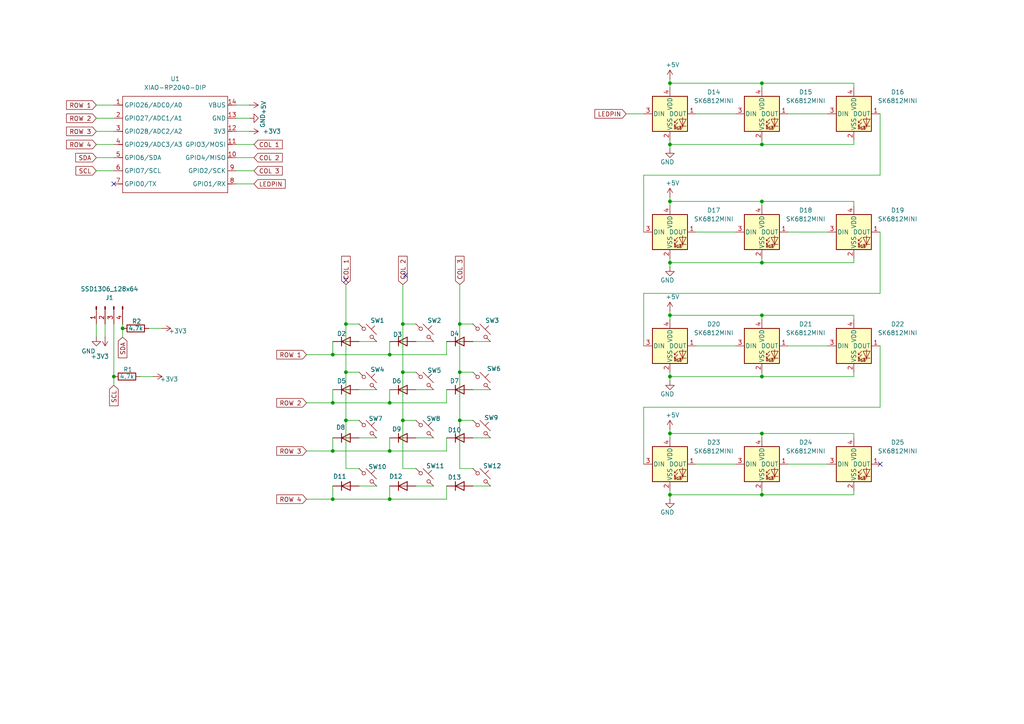
<source format=kicad_sch>
(kicad_sch
	(version 20231120)
	(generator "eeschema")
	(generator_version "8.0")
	(uuid "ad5c0910-c5de-44f9-8756-782973cb64fe")
	(paper "A4")
	(title_block
		(title "Anson's HackPad")
		(date "2025-02-15")
		(rev "v1.0")
		(company "Anson")
	)
	(lib_symbols
		(symbol "Connector:Conn_01x04_Pin"
			(pin_names
				(offset 1.016) hide)
			(exclude_from_sim no)
			(in_bom yes)
			(on_board yes)
			(property "Reference" "J"
				(at 0 5.08 0)
				(effects
					(font
						(size 1.27 1.27)
					)
				)
			)
			(property "Value" "Conn_01x04_Pin"
				(at 0 -7.62 0)
				(effects
					(font
						(size 1.27 1.27)
					)
				)
			)
			(property "Footprint" ""
				(at 0 0 0)
				(effects
					(font
						(size 1.27 1.27)
					)
					(hide yes)
				)
			)
			(property "Datasheet" "~"
				(at 0 0 0)
				(effects
					(font
						(size 1.27 1.27)
					)
					(hide yes)
				)
			)
			(property "Description" "Generic connector, single row, 01x04, script generated"
				(at 0 0 0)
				(effects
					(font
						(size 1.27 1.27)
					)
					(hide yes)
				)
			)
			(property "ki_locked" ""
				(at 0 0 0)
				(effects
					(font
						(size 1.27 1.27)
					)
				)
			)
			(property "ki_keywords" "connector"
				(at 0 0 0)
				(effects
					(font
						(size 1.27 1.27)
					)
					(hide yes)
				)
			)
			(property "ki_fp_filters" "Connector*:*_1x??_*"
				(at 0 0 0)
				(effects
					(font
						(size 1.27 1.27)
					)
					(hide yes)
				)
			)
			(symbol "Conn_01x04_Pin_1_1"
				(polyline
					(pts
						(xy 1.27 -5.08) (xy 0.8636 -5.08)
					)
					(stroke
						(width 0.1524)
						(type default)
					)
					(fill
						(type none)
					)
				)
				(polyline
					(pts
						(xy 1.27 -2.54) (xy 0.8636 -2.54)
					)
					(stroke
						(width 0.1524)
						(type default)
					)
					(fill
						(type none)
					)
				)
				(polyline
					(pts
						(xy 1.27 0) (xy 0.8636 0)
					)
					(stroke
						(width 0.1524)
						(type default)
					)
					(fill
						(type none)
					)
				)
				(polyline
					(pts
						(xy 1.27 2.54) (xy 0.8636 2.54)
					)
					(stroke
						(width 0.1524)
						(type default)
					)
					(fill
						(type none)
					)
				)
				(rectangle
					(start 0.8636 -4.953)
					(end 0 -5.207)
					(stroke
						(width 0.1524)
						(type default)
					)
					(fill
						(type outline)
					)
				)
				(rectangle
					(start 0.8636 -2.413)
					(end 0 -2.667)
					(stroke
						(width 0.1524)
						(type default)
					)
					(fill
						(type outline)
					)
				)
				(rectangle
					(start 0.8636 0.127)
					(end 0 -0.127)
					(stroke
						(width 0.1524)
						(type default)
					)
					(fill
						(type outline)
					)
				)
				(rectangle
					(start 0.8636 2.667)
					(end 0 2.413)
					(stroke
						(width 0.1524)
						(type default)
					)
					(fill
						(type outline)
					)
				)
				(pin passive line
					(at 5.08 2.54 180)
					(length 3.81)
					(name "Pin_1"
						(effects
							(font
								(size 1.27 1.27)
							)
						)
					)
					(number "1"
						(effects
							(font
								(size 1.27 1.27)
							)
						)
					)
				)
				(pin passive line
					(at 5.08 0 180)
					(length 3.81)
					(name "Pin_2"
						(effects
							(font
								(size 1.27 1.27)
							)
						)
					)
					(number "2"
						(effects
							(font
								(size 1.27 1.27)
							)
						)
					)
				)
				(pin passive line
					(at 5.08 -2.54 180)
					(length 3.81)
					(name "Pin_3"
						(effects
							(font
								(size 1.27 1.27)
							)
						)
					)
					(number "3"
						(effects
							(font
								(size 1.27 1.27)
							)
						)
					)
				)
				(pin passive line
					(at 5.08 -5.08 180)
					(length 3.81)
					(name "Pin_4"
						(effects
							(font
								(size 1.27 1.27)
							)
						)
					)
					(number "4"
						(effects
							(font
								(size 1.27 1.27)
							)
						)
					)
				)
			)
		)
		(symbol "Device:R"
			(pin_numbers hide)
			(pin_names
				(offset 0)
			)
			(exclude_from_sim no)
			(in_bom yes)
			(on_board yes)
			(property "Reference" "R"
				(at 2.032 0 90)
				(effects
					(font
						(size 1.27 1.27)
					)
				)
			)
			(property "Value" "R"
				(at 0 0 90)
				(effects
					(font
						(size 1.27 1.27)
					)
				)
			)
			(property "Footprint" ""
				(at -1.778 0 90)
				(effects
					(font
						(size 1.27 1.27)
					)
					(hide yes)
				)
			)
			(property "Datasheet" "~"
				(at 0 0 0)
				(effects
					(font
						(size 1.27 1.27)
					)
					(hide yes)
				)
			)
			(property "Description" "Resistor"
				(at 0 0 0)
				(effects
					(font
						(size 1.27 1.27)
					)
					(hide yes)
				)
			)
			(property "ki_keywords" "R res resistor"
				(at 0 0 0)
				(effects
					(font
						(size 1.27 1.27)
					)
					(hide yes)
				)
			)
			(property "ki_fp_filters" "R_*"
				(at 0 0 0)
				(effects
					(font
						(size 1.27 1.27)
					)
					(hide yes)
				)
			)
			(symbol "R_0_1"
				(rectangle
					(start -1.016 -2.54)
					(end 1.016 2.54)
					(stroke
						(width 0.254)
						(type default)
					)
					(fill
						(type none)
					)
				)
			)
			(symbol "R_1_1"
				(pin passive line
					(at 0 3.81 270)
					(length 1.27)
					(name "~"
						(effects
							(font
								(size 1.27 1.27)
							)
						)
					)
					(number "1"
						(effects
							(font
								(size 1.27 1.27)
							)
						)
					)
				)
				(pin passive line
					(at 0 -3.81 90)
					(length 1.27)
					(name "~"
						(effects
							(font
								(size 1.27 1.27)
							)
						)
					)
					(number "2"
						(effects
							(font
								(size 1.27 1.27)
							)
						)
					)
				)
			)
		)
		(symbol "Diode:1N4148"
			(pin_numbers hide)
			(pin_names hide)
			(exclude_from_sim no)
			(in_bom yes)
			(on_board yes)
			(property "Reference" "D"
				(at 0 2.54 0)
				(effects
					(font
						(size 1.27 1.27)
					)
				)
			)
			(property "Value" "1N4148"
				(at 0 -2.54 0)
				(effects
					(font
						(size 1.27 1.27)
					)
				)
			)
			(property "Footprint" "Diode_THT:D_DO-35_SOD27_P7.62mm_Horizontal"
				(at 0 0 0)
				(effects
					(font
						(size 1.27 1.27)
					)
					(hide yes)
				)
			)
			(property "Datasheet" "https://assets.nexperia.com/documents/data-sheet/1N4148_1N4448.pdf"
				(at 0 0 0)
				(effects
					(font
						(size 1.27 1.27)
					)
					(hide yes)
				)
			)
			(property "Description" "100V 0.15A standard switching diode, DO-35"
				(at 0 0 0)
				(effects
					(font
						(size 1.27 1.27)
					)
					(hide yes)
				)
			)
			(property "Sim.Device" "D"
				(at 0 0 0)
				(effects
					(font
						(size 1.27 1.27)
					)
					(hide yes)
				)
			)
			(property "Sim.Pins" "1=K 2=A"
				(at 0 0 0)
				(effects
					(font
						(size 1.27 1.27)
					)
					(hide yes)
				)
			)
			(property "ki_keywords" "diode"
				(at 0 0 0)
				(effects
					(font
						(size 1.27 1.27)
					)
					(hide yes)
				)
			)
			(property "ki_fp_filters" "D*DO?35*"
				(at 0 0 0)
				(effects
					(font
						(size 1.27 1.27)
					)
					(hide yes)
				)
			)
			(symbol "1N4148_0_1"
				(polyline
					(pts
						(xy -1.27 1.27) (xy -1.27 -1.27)
					)
					(stroke
						(width 0.254)
						(type default)
					)
					(fill
						(type none)
					)
				)
				(polyline
					(pts
						(xy 1.27 0) (xy -1.27 0)
					)
					(stroke
						(width 0)
						(type default)
					)
					(fill
						(type none)
					)
				)
				(polyline
					(pts
						(xy 1.27 1.27) (xy 1.27 -1.27) (xy -1.27 0) (xy 1.27 1.27)
					)
					(stroke
						(width 0.254)
						(type default)
					)
					(fill
						(type none)
					)
				)
			)
			(symbol "1N4148_1_1"
				(pin passive line
					(at -3.81 0 0)
					(length 2.54)
					(name "K"
						(effects
							(font
								(size 1.27 1.27)
							)
						)
					)
					(number "1"
						(effects
							(font
								(size 1.27 1.27)
							)
						)
					)
				)
				(pin passive line
					(at 3.81 0 180)
					(length 2.54)
					(name "A"
						(effects
							(font
								(size 1.27 1.27)
							)
						)
					)
					(number "2"
						(effects
							(font
								(size 1.27 1.27)
							)
						)
					)
				)
			)
		)
		(symbol "LED:SK6812MINI"
			(pin_names
				(offset 0.254)
			)
			(exclude_from_sim no)
			(in_bom yes)
			(on_board yes)
			(property "Reference" "D"
				(at 5.08 5.715 0)
				(effects
					(font
						(size 1.27 1.27)
					)
					(justify right bottom)
				)
			)
			(property "Value" "SK6812MINI"
				(at 1.27 -5.715 0)
				(effects
					(font
						(size 1.27 1.27)
					)
					(justify left top)
				)
			)
			(property "Footprint" "LED_SMD:LED_SK6812MINI_PLCC4_3.5x3.5mm_P1.75mm"
				(at 1.27 -7.62 0)
				(effects
					(font
						(size 1.27 1.27)
					)
					(justify left top)
					(hide yes)
				)
			)
			(property "Datasheet" "https://cdn-shop.adafruit.com/product-files/2686/SK6812MINI_REV.01-1-2.pdf"
				(at 2.54 -9.525 0)
				(effects
					(font
						(size 1.27 1.27)
					)
					(justify left top)
					(hide yes)
				)
			)
			(property "Description" "RGB LED with integrated controller"
				(at 0 0 0)
				(effects
					(font
						(size 1.27 1.27)
					)
					(hide yes)
				)
			)
			(property "ki_keywords" "RGB LED NeoPixel Mini addressable"
				(at 0 0 0)
				(effects
					(font
						(size 1.27 1.27)
					)
					(hide yes)
				)
			)
			(property "ki_fp_filters" "LED*SK6812MINI*PLCC*3.5x3.5mm*P1.75mm*"
				(at 0 0 0)
				(effects
					(font
						(size 1.27 1.27)
					)
					(hide yes)
				)
			)
			(symbol "SK6812MINI_0_0"
				(text "RGB"
					(at 2.286 -4.191 0)
					(effects
						(font
							(size 0.762 0.762)
						)
					)
				)
			)
			(symbol "SK6812MINI_0_1"
				(polyline
					(pts
						(xy 1.27 -3.556) (xy 1.778 -3.556)
					)
					(stroke
						(width 0)
						(type default)
					)
					(fill
						(type none)
					)
				)
				(polyline
					(pts
						(xy 1.27 -2.54) (xy 1.778 -2.54)
					)
					(stroke
						(width 0)
						(type default)
					)
					(fill
						(type none)
					)
				)
				(polyline
					(pts
						(xy 4.699 -3.556) (xy 2.667 -3.556)
					)
					(stroke
						(width 0)
						(type default)
					)
					(fill
						(type none)
					)
				)
				(polyline
					(pts
						(xy 2.286 -2.54) (xy 1.27 -3.556) (xy 1.27 -3.048)
					)
					(stroke
						(width 0)
						(type default)
					)
					(fill
						(type none)
					)
				)
				(polyline
					(pts
						(xy 2.286 -1.524) (xy 1.27 -2.54) (xy 1.27 -2.032)
					)
					(stroke
						(width 0)
						(type default)
					)
					(fill
						(type none)
					)
				)
				(polyline
					(pts
						(xy 3.683 -1.016) (xy 3.683 -3.556) (xy 3.683 -4.064)
					)
					(stroke
						(width 0)
						(type default)
					)
					(fill
						(type none)
					)
				)
				(polyline
					(pts
						(xy 4.699 -1.524) (xy 2.667 -1.524) (xy 3.683 -3.556) (xy 4.699 -1.524)
					)
					(stroke
						(width 0)
						(type default)
					)
					(fill
						(type none)
					)
				)
				(rectangle
					(start 5.08 5.08)
					(end -5.08 -5.08)
					(stroke
						(width 0.254)
						(type default)
					)
					(fill
						(type background)
					)
				)
			)
			(symbol "SK6812MINI_1_1"
				(pin output line
					(at 7.62 0 180)
					(length 2.54)
					(name "DOUT"
						(effects
							(font
								(size 1.27 1.27)
							)
						)
					)
					(number "1"
						(effects
							(font
								(size 1.27 1.27)
							)
						)
					)
				)
				(pin power_in line
					(at 0 -7.62 90)
					(length 2.54)
					(name "VSS"
						(effects
							(font
								(size 1.27 1.27)
							)
						)
					)
					(number "2"
						(effects
							(font
								(size 1.27 1.27)
							)
						)
					)
				)
				(pin input line
					(at -7.62 0 0)
					(length 2.54)
					(name "DIN"
						(effects
							(font
								(size 1.27 1.27)
							)
						)
					)
					(number "3"
						(effects
							(font
								(size 1.27 1.27)
							)
						)
					)
				)
				(pin power_in line
					(at 0 7.62 270)
					(length 2.54)
					(name "VDD"
						(effects
							(font
								(size 1.27 1.27)
							)
						)
					)
					(number "4"
						(effects
							(font
								(size 1.27 1.27)
							)
						)
					)
				)
			)
		)
		(symbol "OPL:XIAO-RP2040-DIP"
			(exclude_from_sim no)
			(in_bom yes)
			(on_board yes)
			(property "Reference" "U"
				(at 0 0 0)
				(effects
					(font
						(size 1.27 1.27)
					)
				)
			)
			(property "Value" "XIAO-RP2040-DIP"
				(at 5.334 -1.778 0)
				(effects
					(font
						(size 1.27 1.27)
					)
				)
			)
			(property "Footprint" "Module:MOUDLE14P-XIAO-DIP-SMD"
				(at 14.478 -32.258 0)
				(effects
					(font
						(size 1.27 1.27)
					)
					(hide yes)
				)
			)
			(property "Datasheet" ""
				(at 0 0 0)
				(effects
					(font
						(size 1.27 1.27)
					)
					(hide yes)
				)
			)
			(property "Description" ""
				(at 0 0 0)
				(effects
					(font
						(size 1.27 1.27)
					)
					(hide yes)
				)
			)
			(symbol "XIAO-RP2040-DIP_1_0"
				(polyline
					(pts
						(xy -1.27 -30.48) (xy -1.27 -16.51)
					)
					(stroke
						(width 0.1524)
						(type solid)
					)
					(fill
						(type none)
					)
				)
				(polyline
					(pts
						(xy -1.27 -27.94) (xy -2.54 -27.94)
					)
					(stroke
						(width 0.1524)
						(type solid)
					)
					(fill
						(type none)
					)
				)
				(polyline
					(pts
						(xy -1.27 -24.13) (xy -2.54 -24.13)
					)
					(stroke
						(width 0.1524)
						(type solid)
					)
					(fill
						(type none)
					)
				)
				(polyline
					(pts
						(xy -1.27 -20.32) (xy -2.54 -20.32)
					)
					(stroke
						(width 0.1524)
						(type solid)
					)
					(fill
						(type none)
					)
				)
				(polyline
					(pts
						(xy -1.27 -16.51) (xy -2.54 -16.51)
					)
					(stroke
						(width 0.1524)
						(type solid)
					)
					(fill
						(type none)
					)
				)
				(polyline
					(pts
						(xy -1.27 -16.51) (xy -1.27 -12.7)
					)
					(stroke
						(width 0.1524)
						(type solid)
					)
					(fill
						(type none)
					)
				)
				(polyline
					(pts
						(xy -1.27 -12.7) (xy -2.54 -12.7)
					)
					(stroke
						(width 0.1524)
						(type solid)
					)
					(fill
						(type none)
					)
				)
				(polyline
					(pts
						(xy -1.27 -12.7) (xy -1.27 -8.89)
					)
					(stroke
						(width 0.1524)
						(type solid)
					)
					(fill
						(type none)
					)
				)
				(polyline
					(pts
						(xy -1.27 -8.89) (xy -2.54 -8.89)
					)
					(stroke
						(width 0.1524)
						(type solid)
					)
					(fill
						(type none)
					)
				)
				(polyline
					(pts
						(xy -1.27 -8.89) (xy -1.27 -5.08)
					)
					(stroke
						(width 0.1524)
						(type solid)
					)
					(fill
						(type none)
					)
				)
				(polyline
					(pts
						(xy -1.27 -5.08) (xy -2.54 -5.08)
					)
					(stroke
						(width 0.1524)
						(type solid)
					)
					(fill
						(type none)
					)
				)
				(polyline
					(pts
						(xy -1.27 -5.08) (xy -1.27 -2.54)
					)
					(stroke
						(width 0.1524)
						(type solid)
					)
					(fill
						(type none)
					)
				)
				(polyline
					(pts
						(xy -1.27 -2.54) (xy 29.21 -2.54)
					)
					(stroke
						(width 0.1524)
						(type solid)
					)
					(fill
						(type none)
					)
				)
				(polyline
					(pts
						(xy 29.21 -30.48) (xy -1.27 -30.48)
					)
					(stroke
						(width 0.1524)
						(type solid)
					)
					(fill
						(type none)
					)
				)
				(polyline
					(pts
						(xy 29.21 -12.7) (xy 29.21 -30.48)
					)
					(stroke
						(width 0.1524)
						(type solid)
					)
					(fill
						(type none)
					)
				)
				(polyline
					(pts
						(xy 29.21 -8.89) (xy 29.21 -12.7)
					)
					(stroke
						(width 0.1524)
						(type solid)
					)
					(fill
						(type none)
					)
				)
				(polyline
					(pts
						(xy 29.21 -5.08) (xy 29.21 -8.89)
					)
					(stroke
						(width 0.1524)
						(type solid)
					)
					(fill
						(type none)
					)
				)
				(polyline
					(pts
						(xy 29.21 -2.54) (xy 29.21 -5.08)
					)
					(stroke
						(width 0.1524)
						(type solid)
					)
					(fill
						(type none)
					)
				)
				(polyline
					(pts
						(xy 30.48 -27.94) (xy 29.21 -27.94)
					)
					(stroke
						(width 0.1524)
						(type solid)
					)
					(fill
						(type none)
					)
				)
				(polyline
					(pts
						(xy 30.48 -24.13) (xy 29.21 -24.13)
					)
					(stroke
						(width 0.1524)
						(type solid)
					)
					(fill
						(type none)
					)
				)
				(polyline
					(pts
						(xy 30.48 -20.32) (xy 29.21 -20.32)
					)
					(stroke
						(width 0.1524)
						(type solid)
					)
					(fill
						(type none)
					)
				)
				(polyline
					(pts
						(xy 30.48 -16.51) (xy 29.21 -16.51)
					)
					(stroke
						(width 0.1524)
						(type solid)
					)
					(fill
						(type none)
					)
				)
				(polyline
					(pts
						(xy 30.48 -12.7) (xy 29.21 -12.7)
					)
					(stroke
						(width 0.1524)
						(type solid)
					)
					(fill
						(type none)
					)
				)
				(polyline
					(pts
						(xy 30.48 -8.89) (xy 29.21 -8.89)
					)
					(stroke
						(width 0.1524)
						(type solid)
					)
					(fill
						(type none)
					)
				)
				(polyline
					(pts
						(xy 30.48 -5.08) (xy 29.21 -5.08)
					)
					(stroke
						(width 0.1524)
						(type solid)
					)
					(fill
						(type none)
					)
				)
				(pin passive line
					(at -3.81 -5.08 0)
					(length 2.54)
					(name "GPIO26/ADC0/A0"
						(effects
							(font
								(size 1.27 1.27)
							)
						)
					)
					(number "1"
						(effects
							(font
								(size 1.27 1.27)
							)
						)
					)
				)
				(pin passive line
					(at 31.75 -20.32 180)
					(length 2.54)
					(name "GPIO4/MISO"
						(effects
							(font
								(size 1.27 1.27)
							)
						)
					)
					(number "10"
						(effects
							(font
								(size 1.27 1.27)
							)
						)
					)
				)
				(pin passive line
					(at 31.75 -16.51 180)
					(length 2.54)
					(name "GPIO3/MOSI"
						(effects
							(font
								(size 1.27 1.27)
							)
						)
					)
					(number "11"
						(effects
							(font
								(size 1.27 1.27)
							)
						)
					)
				)
				(pin passive line
					(at 31.75 -12.7 180)
					(length 2.54)
					(name "3V3"
						(effects
							(font
								(size 1.27 1.27)
							)
						)
					)
					(number "12"
						(effects
							(font
								(size 1.27 1.27)
							)
						)
					)
				)
				(pin passive line
					(at 31.75 -8.89 180)
					(length 2.54)
					(name "GND"
						(effects
							(font
								(size 1.27 1.27)
							)
						)
					)
					(number "13"
						(effects
							(font
								(size 1.27 1.27)
							)
						)
					)
				)
				(pin passive line
					(at 31.75 -5.08 180)
					(length 2.54)
					(name "VBUS"
						(effects
							(font
								(size 1.27 1.27)
							)
						)
					)
					(number "14"
						(effects
							(font
								(size 1.27 1.27)
							)
						)
					)
				)
				(pin passive line
					(at -3.81 -8.89 0)
					(length 2.54)
					(name "GPIO27/ADC1/A1"
						(effects
							(font
								(size 1.27 1.27)
							)
						)
					)
					(number "2"
						(effects
							(font
								(size 1.27 1.27)
							)
						)
					)
				)
				(pin passive line
					(at -3.81 -12.7 0)
					(length 2.54)
					(name "GPIO28/ADC2/A2"
						(effects
							(font
								(size 1.27 1.27)
							)
						)
					)
					(number "3"
						(effects
							(font
								(size 1.27 1.27)
							)
						)
					)
				)
				(pin passive line
					(at -3.81 -16.51 0)
					(length 2.54)
					(name "GPIO29/ADC3/A3"
						(effects
							(font
								(size 1.27 1.27)
							)
						)
					)
					(number "4"
						(effects
							(font
								(size 1.27 1.27)
							)
						)
					)
				)
				(pin passive line
					(at -3.81 -20.32 0)
					(length 2.54)
					(name "GPIO6/SDA"
						(effects
							(font
								(size 1.27 1.27)
							)
						)
					)
					(number "5"
						(effects
							(font
								(size 1.27 1.27)
							)
						)
					)
				)
				(pin passive line
					(at -3.81 -24.13 0)
					(length 2.54)
					(name "GPIO7/SCL"
						(effects
							(font
								(size 1.27 1.27)
							)
						)
					)
					(number "6"
						(effects
							(font
								(size 1.27 1.27)
							)
						)
					)
				)
				(pin passive line
					(at -3.81 -27.94 0)
					(length 2.54)
					(name "GPIO0/TX"
						(effects
							(font
								(size 1.27 1.27)
							)
						)
					)
					(number "7"
						(effects
							(font
								(size 1.27 1.27)
							)
						)
					)
				)
				(pin passive line
					(at 31.75 -27.94 180)
					(length 2.54)
					(name "GPIO1/RX"
						(effects
							(font
								(size 1.27 1.27)
							)
						)
					)
					(number "8"
						(effects
							(font
								(size 1.27 1.27)
							)
						)
					)
				)
				(pin passive line
					(at 31.75 -24.13 180)
					(length 2.54)
					(name "GPIO2/SCK"
						(effects
							(font
								(size 1.27 1.27)
							)
						)
					)
					(number "9"
						(effects
							(font
								(size 1.27 1.27)
							)
						)
					)
				)
			)
		)
		(symbol "Switch:SW_Push_45deg"
			(pin_numbers hide)
			(pin_names
				(offset 1.016) hide)
			(exclude_from_sim no)
			(in_bom yes)
			(on_board yes)
			(property "Reference" "SW"
				(at 3.048 1.016 0)
				(effects
					(font
						(size 1.27 1.27)
					)
					(justify left)
				)
			)
			(property "Value" "SW_Push_45deg"
				(at 0 -3.81 0)
				(effects
					(font
						(size 1.27 1.27)
					)
				)
			)
			(property "Footprint" ""
				(at 0 0 0)
				(effects
					(font
						(size 1.27 1.27)
					)
					(hide yes)
				)
			)
			(property "Datasheet" "~"
				(at 0 0 0)
				(effects
					(font
						(size 1.27 1.27)
					)
					(hide yes)
				)
			)
			(property "Description" "Push button switch, normally open, two pins, 45° tilted"
				(at 0 0 0)
				(effects
					(font
						(size 1.27 1.27)
					)
					(hide yes)
				)
			)
			(property "ki_keywords" "switch normally-open pushbutton push-button"
				(at 0 0 0)
				(effects
					(font
						(size 1.27 1.27)
					)
					(hide yes)
				)
			)
			(symbol "SW_Push_45deg_0_1"
				(circle
					(center -1.1684 1.1684)
					(radius 0.508)
					(stroke
						(width 0)
						(type default)
					)
					(fill
						(type none)
					)
				)
				(polyline
					(pts
						(xy -0.508 2.54) (xy 2.54 -0.508)
					)
					(stroke
						(width 0)
						(type default)
					)
					(fill
						(type none)
					)
				)
				(polyline
					(pts
						(xy 1.016 1.016) (xy 2.032 2.032)
					)
					(stroke
						(width 0)
						(type default)
					)
					(fill
						(type none)
					)
				)
				(polyline
					(pts
						(xy -2.54 2.54) (xy -1.524 1.524) (xy -1.524 1.524)
					)
					(stroke
						(width 0)
						(type default)
					)
					(fill
						(type none)
					)
				)
				(polyline
					(pts
						(xy 1.524 -1.524) (xy 2.54 -2.54) (xy 2.54 -2.54) (xy 2.54 -2.54)
					)
					(stroke
						(width 0)
						(type default)
					)
					(fill
						(type none)
					)
				)
				(circle
					(center 1.143 -1.1938)
					(radius 0.508)
					(stroke
						(width 0)
						(type default)
					)
					(fill
						(type none)
					)
				)
				(pin passive line
					(at -2.54 2.54 0)
					(length 0)
					(name "1"
						(effects
							(font
								(size 1.27 1.27)
							)
						)
					)
					(number "1"
						(effects
							(font
								(size 1.27 1.27)
							)
						)
					)
				)
				(pin passive line
					(at 2.54 -2.54 180)
					(length 0)
					(name "2"
						(effects
							(font
								(size 1.27 1.27)
							)
						)
					)
					(number "2"
						(effects
							(font
								(size 1.27 1.27)
							)
						)
					)
				)
			)
		)
		(symbol "power:+3V3"
			(power)
			(pin_numbers hide)
			(pin_names
				(offset 0) hide)
			(exclude_from_sim no)
			(in_bom yes)
			(on_board yes)
			(property "Reference" "#PWR"
				(at 0 -3.81 0)
				(effects
					(font
						(size 1.27 1.27)
					)
					(hide yes)
				)
			)
			(property "Value" "+3V3"
				(at 0 3.556 0)
				(effects
					(font
						(size 1.27 1.27)
					)
				)
			)
			(property "Footprint" ""
				(at 0 0 0)
				(effects
					(font
						(size 1.27 1.27)
					)
					(hide yes)
				)
			)
			(property "Datasheet" ""
				(at 0 0 0)
				(effects
					(font
						(size 1.27 1.27)
					)
					(hide yes)
				)
			)
			(property "Description" "Power symbol creates a global label with name \"+3V3\""
				(at 0 0 0)
				(effects
					(font
						(size 1.27 1.27)
					)
					(hide yes)
				)
			)
			(property "ki_keywords" "global power"
				(at 0 0 0)
				(effects
					(font
						(size 1.27 1.27)
					)
					(hide yes)
				)
			)
			(symbol "+3V3_0_1"
				(polyline
					(pts
						(xy -0.762 1.27) (xy 0 2.54)
					)
					(stroke
						(width 0)
						(type default)
					)
					(fill
						(type none)
					)
				)
				(polyline
					(pts
						(xy 0 0) (xy 0 2.54)
					)
					(stroke
						(width 0)
						(type default)
					)
					(fill
						(type none)
					)
				)
				(polyline
					(pts
						(xy 0 2.54) (xy 0.762 1.27)
					)
					(stroke
						(width 0)
						(type default)
					)
					(fill
						(type none)
					)
				)
			)
			(symbol "+3V3_1_1"
				(pin power_in line
					(at 0 0 90)
					(length 0)
					(name "~"
						(effects
							(font
								(size 1.27 1.27)
							)
						)
					)
					(number "1"
						(effects
							(font
								(size 1.27 1.27)
							)
						)
					)
				)
			)
		)
		(symbol "power:+5V"
			(power)
			(pin_numbers hide)
			(pin_names
				(offset 0) hide)
			(exclude_from_sim no)
			(in_bom yes)
			(on_board yes)
			(property "Reference" "#PWR"
				(at 0 -3.81 0)
				(effects
					(font
						(size 1.27 1.27)
					)
					(hide yes)
				)
			)
			(property "Value" "+5V"
				(at 0 3.556 0)
				(effects
					(font
						(size 1.27 1.27)
					)
				)
			)
			(property "Footprint" ""
				(at 0 0 0)
				(effects
					(font
						(size 1.27 1.27)
					)
					(hide yes)
				)
			)
			(property "Datasheet" ""
				(at 0 0 0)
				(effects
					(font
						(size 1.27 1.27)
					)
					(hide yes)
				)
			)
			(property "Description" "Power symbol creates a global label with name \"+5V\""
				(at 0 0 0)
				(effects
					(font
						(size 1.27 1.27)
					)
					(hide yes)
				)
			)
			(property "ki_keywords" "global power"
				(at 0 0 0)
				(effects
					(font
						(size 1.27 1.27)
					)
					(hide yes)
				)
			)
			(symbol "+5V_0_1"
				(polyline
					(pts
						(xy -0.762 1.27) (xy 0 2.54)
					)
					(stroke
						(width 0)
						(type default)
					)
					(fill
						(type none)
					)
				)
				(polyline
					(pts
						(xy 0 0) (xy 0 2.54)
					)
					(stroke
						(width 0)
						(type default)
					)
					(fill
						(type none)
					)
				)
				(polyline
					(pts
						(xy 0 2.54) (xy 0.762 1.27)
					)
					(stroke
						(width 0)
						(type default)
					)
					(fill
						(type none)
					)
				)
			)
			(symbol "+5V_1_1"
				(pin power_in line
					(at 0 0 90)
					(length 0)
					(name "~"
						(effects
							(font
								(size 1.27 1.27)
							)
						)
					)
					(number "1"
						(effects
							(font
								(size 1.27 1.27)
							)
						)
					)
				)
			)
		)
		(symbol "power:GND"
			(power)
			(pin_numbers hide)
			(pin_names
				(offset 0) hide)
			(exclude_from_sim no)
			(in_bom yes)
			(on_board yes)
			(property "Reference" "#PWR"
				(at 0 -6.35 0)
				(effects
					(font
						(size 1.27 1.27)
					)
					(hide yes)
				)
			)
			(property "Value" "GND"
				(at 0 -3.81 0)
				(effects
					(font
						(size 1.27 1.27)
					)
				)
			)
			(property "Footprint" ""
				(at 0 0 0)
				(effects
					(font
						(size 1.27 1.27)
					)
					(hide yes)
				)
			)
			(property "Datasheet" ""
				(at 0 0 0)
				(effects
					(font
						(size 1.27 1.27)
					)
					(hide yes)
				)
			)
			(property "Description" "Power symbol creates a global label with name \"GND\" , ground"
				(at 0 0 0)
				(effects
					(font
						(size 1.27 1.27)
					)
					(hide yes)
				)
			)
			(property "ki_keywords" "global power"
				(at 0 0 0)
				(effects
					(font
						(size 1.27 1.27)
					)
					(hide yes)
				)
			)
			(symbol "GND_0_1"
				(polyline
					(pts
						(xy 0 0) (xy 0 -1.27) (xy 1.27 -1.27) (xy 0 -2.54) (xy -1.27 -1.27) (xy 0 -1.27)
					)
					(stroke
						(width 0)
						(type default)
					)
					(fill
						(type none)
					)
				)
			)
			(symbol "GND_1_1"
				(pin power_in line
					(at 0 0 270)
					(length 0)
					(name "~"
						(effects
							(font
								(size 1.27 1.27)
							)
						)
					)
					(number "1"
						(effects
							(font
								(size 1.27 1.27)
							)
						)
					)
				)
			)
		)
	)
	(junction
		(at 194.31 125.73)
		(diameter 0)
		(color 0 0 0 0)
		(uuid "1dda8eb3-4f64-4a8f-9e0c-c4f8961f02c6")
	)
	(junction
		(at 113.03 116.84)
		(diameter 0)
		(color 0 0 0 0)
		(uuid "20db7f77-317e-4900-805a-0d6c4e1f98d2")
	)
	(junction
		(at 220.98 143.51)
		(diameter 0)
		(color 0 0 0 0)
		(uuid "304c809d-a3e2-4c38-ac3c-d1f826de8ccc")
	)
	(junction
		(at 194.31 91.44)
		(diameter 0)
		(color 0 0 0 0)
		(uuid "3850e403-365c-49e5-b720-33821a0c17fc")
	)
	(junction
		(at 220.98 24.13)
		(diameter 0)
		(color 0 0 0 0)
		(uuid "3d270366-60ec-4a75-b1ec-c70cfafa4618")
	)
	(junction
		(at 194.31 76.2)
		(diameter 0)
		(color 0 0 0 0)
		(uuid "411482ce-ea96-4792-bde3-3e3f8466946d")
	)
	(junction
		(at 133.35 121.92)
		(diameter 0)
		(color 0 0 0 0)
		(uuid "47026754-32ae-4b09-a07c-dac25f50d6b0")
	)
	(junction
		(at 194.31 41.91)
		(diameter 0)
		(color 0 0 0 0)
		(uuid "59513014-98dd-49f8-be09-1ecd6b0cc661")
	)
	(junction
		(at 100.33 107.95)
		(diameter 0)
		(color 0 0 0 0)
		(uuid "5b5c3367-7160-4187-bee6-896e75212ce8")
	)
	(junction
		(at 220.98 76.2)
		(diameter 0)
		(color 0 0 0 0)
		(uuid "5bc686df-52df-4b22-82b2-b217089990d1")
	)
	(junction
		(at 194.31 109.22)
		(diameter 0)
		(color 0 0 0 0)
		(uuid "6601b476-a500-4682-8b6d-ebb0cf5b3e3c")
	)
	(junction
		(at 133.35 93.98)
		(diameter 0)
		(color 0 0 0 0)
		(uuid "7005a2b1-aff1-4c53-ba5d-93509387cfba")
	)
	(junction
		(at 220.98 109.22)
		(diameter 0)
		(color 0 0 0 0)
		(uuid "70d3e8f1-a685-4042-96a3-7023052d793d")
	)
	(junction
		(at 220.98 91.44)
		(diameter 0)
		(color 0 0 0 0)
		(uuid "710c10fc-c494-46e6-beed-7a0f1a710cec")
	)
	(junction
		(at 33.02 109.22)
		(diameter 0)
		(color 0 0 0 0)
		(uuid "7435ce41-3b69-4dd9-a955-ee49113425a5")
	)
	(junction
		(at 113.03 102.87)
		(diameter 0)
		(color 0 0 0 0)
		(uuid "74a96689-277a-4af5-a360-e40f6cfe5f1a")
	)
	(junction
		(at 100.33 93.98)
		(diameter 0)
		(color 0 0 0 0)
		(uuid "79830b4c-2a8b-436d-83c7-cd7c736df425")
	)
	(junction
		(at 194.31 24.13)
		(diameter 0)
		(color 0 0 0 0)
		(uuid "79b730e2-a51a-4c2a-8ff2-1e16d2f6bf55")
	)
	(junction
		(at 220.98 125.73)
		(diameter 0)
		(color 0 0 0 0)
		(uuid "7ed1f38e-1f56-4018-bd31-32e81df09090")
	)
	(junction
		(at 96.52 130.81)
		(diameter 0)
		(color 0 0 0 0)
		(uuid "87563a3e-ad22-4f90-bb51-db57185b71e5")
	)
	(junction
		(at 113.03 144.78)
		(diameter 0)
		(color 0 0 0 0)
		(uuid "8e72040c-7ad2-46be-8ffa-0bcc4adf8f67")
	)
	(junction
		(at 220.98 58.42)
		(diameter 0)
		(color 0 0 0 0)
		(uuid "8eda45c4-6176-4cf5-920c-6f83d884f966")
	)
	(junction
		(at 116.84 107.95)
		(diameter 0)
		(color 0 0 0 0)
		(uuid "982b6c8f-dab3-4afc-974f-b019d2022461")
	)
	(junction
		(at 96.52 116.84)
		(diameter 0)
		(color 0 0 0 0)
		(uuid "9c1fe78f-3870-43c0-9125-99b288c6c8da")
	)
	(junction
		(at 133.35 107.95)
		(diameter 0)
		(color 0 0 0 0)
		(uuid "9e2af15a-4140-4dfd-85f6-9b9d7a1999ef")
	)
	(junction
		(at 100.33 121.92)
		(diameter 0)
		(color 0 0 0 0)
		(uuid "a9e7b916-2183-45a0-b924-960981d77eb6")
	)
	(junction
		(at 96.52 144.78)
		(diameter 0)
		(color 0 0 0 0)
		(uuid "ccada5bd-2e57-4312-928f-275db21ed24d")
	)
	(junction
		(at 113.03 130.81)
		(diameter 0)
		(color 0 0 0 0)
		(uuid "cf57fa51-216e-4907-a97b-d08c22435b4c")
	)
	(junction
		(at 116.84 93.98)
		(diameter 0)
		(color 0 0 0 0)
		(uuid "dd32c2bc-0643-4d20-a97b-0d88b9aa2be4")
	)
	(junction
		(at 116.84 121.92)
		(diameter 0)
		(color 0 0 0 0)
		(uuid "e6827c81-f042-47fc-9e02-2a007b9c6e8a")
	)
	(junction
		(at 194.31 58.42)
		(diameter 0)
		(color 0 0 0 0)
		(uuid "e8b6514c-7703-4023-b054-95f69c1fd71a")
	)
	(junction
		(at 35.56 95.25)
		(diameter 0)
		(color 0 0 0 0)
		(uuid "ec47210c-f948-42b4-be0a-557dc53a5c9a")
	)
	(junction
		(at 96.52 102.87)
		(diameter 0)
		(color 0 0 0 0)
		(uuid "ee8c6083-24f9-4975-966c-359efc3413dd")
	)
	(junction
		(at 194.31 143.51)
		(diameter 0)
		(color 0 0 0 0)
		(uuid "f59e9de7-61a3-4fbb-a188-63a3e9456aa9")
	)
	(junction
		(at 220.98 41.91)
		(diameter 0)
		(color 0 0 0 0)
		(uuid "fd8a2193-28fb-475a-9221-68df1ffa3d36")
	)
	(no_connect
		(at 117.5925 79.838)
		(uuid "17a76f55-9748-48ff-83d2-889b724163b8")
	)
	(no_connect
		(at 33.02 53.34)
		(uuid "61db2e99-248f-4fef-8083-2a26184074e7")
	)
	(no_connect
		(at 100.33 81.28)
		(uuid "7adc005b-fed2-4286-8529-d6cde6b910b4")
	)
	(no_connect
		(at 255.27 134.62)
		(uuid "a1e0943b-df0c-46c6-9943-53c04cb1f265")
	)
	(wire
		(pts
			(xy 116.84 93.98) (xy 116.84 107.95)
		)
		(stroke
			(width 0)
			(type default)
		)
		(uuid "016e4c8d-969d-4da1-91ba-df718f0db55d")
	)
	(wire
		(pts
			(xy 104.14 113.03) (xy 109.22 113.03)
		)
		(stroke
			(width 0)
			(type default)
		)
		(uuid "02e0dfa4-b9cd-478e-84d3-0f897f095cf0")
	)
	(wire
		(pts
			(xy 27.94 41.91) (xy 33.02 41.91)
		)
		(stroke
			(width 0)
			(type default)
		)
		(uuid "03211492-13c6-43ea-9e59-430ce63838ea")
	)
	(wire
		(pts
			(xy 194.31 22.86) (xy 194.31 24.13)
		)
		(stroke
			(width 0)
			(type default)
		)
		(uuid "03b840b2-9c45-49f3-89c6-10a9beff7eac")
	)
	(wire
		(pts
			(xy 133.35 93.98) (xy 137.16 93.98)
		)
		(stroke
			(width 0)
			(type default)
		)
		(uuid "03b9742b-9d58-433e-b194-32d4dc76e957")
	)
	(wire
		(pts
			(xy 100.33 93.98) (xy 100.33 82.55)
		)
		(stroke
			(width 0)
			(type default)
		)
		(uuid "05b4e9a6-2169-43de-93f9-652a001e7a48")
	)
	(wire
		(pts
			(xy 113.03 113.03) (xy 113.03 116.84)
		)
		(stroke
			(width 0)
			(type default)
		)
		(uuid "05fdaa71-0af9-466b-88b0-7d9c1a5ed26c")
	)
	(wire
		(pts
			(xy 100.33 121.92) (xy 104.14 121.92)
		)
		(stroke
			(width 0)
			(type default)
		)
		(uuid "08224585-116b-4a0d-922b-18393e3d3b37")
	)
	(wire
		(pts
			(xy 113.03 127) (xy 113.03 130.81)
		)
		(stroke
			(width 0)
			(type default)
		)
		(uuid "0afddcee-4a55-46a4-82d4-4a6cc20ca7dc")
	)
	(wire
		(pts
			(xy 255.27 67.31) (xy 255.27 85.09)
		)
		(stroke
			(width 0)
			(type default)
		)
		(uuid "0b5f91e4-a5ee-46ff-aa8c-ebf6a4ce631a")
	)
	(wire
		(pts
			(xy 27.94 30.48) (xy 33.02 30.48)
		)
		(stroke
			(width 0)
			(type default)
		)
		(uuid "0d2a9f86-617e-47b9-8087-f37761965feb")
	)
	(wire
		(pts
			(xy 247.65 127) (xy 247.65 125.73)
		)
		(stroke
			(width 0)
			(type default)
		)
		(uuid "0f039246-8adf-4bce-a2fb-313597458e8a")
	)
	(wire
		(pts
			(xy 220.98 125.73) (xy 220.98 127)
		)
		(stroke
			(width 0)
			(type default)
		)
		(uuid "117e3cf5-5d34-4bda-8be0-c22a67f1e4e6")
	)
	(wire
		(pts
			(xy 194.31 57.15) (xy 194.31 58.42)
		)
		(stroke
			(width 0)
			(type default)
		)
		(uuid "11be5f4f-9aa7-4b0a-9eb4-d85e258bff9d")
	)
	(wire
		(pts
			(xy 116.84 121.92) (xy 120.65 121.92)
		)
		(stroke
			(width 0)
			(type default)
		)
		(uuid "1216c8bb-26e4-4da9-b810-1b024a7f33e4")
	)
	(wire
		(pts
			(xy 194.31 41.91) (xy 194.31 43.18)
		)
		(stroke
			(width 0)
			(type default)
		)
		(uuid "146c1f58-74d1-43d4-9ab9-3339ebb11a21")
	)
	(wire
		(pts
			(xy 104.14 135.89) (xy 100.33 135.89)
		)
		(stroke
			(width 0)
			(type default)
		)
		(uuid "15d2c371-c4e6-4f17-963c-b42e7d2f3cbc")
	)
	(wire
		(pts
			(xy 137.16 113.03) (xy 142.24 113.03)
		)
		(stroke
			(width 0)
			(type default)
		)
		(uuid "165553eb-8c9f-49fd-a030-ccf15cbdbb61")
	)
	(wire
		(pts
			(xy 129.54 140.97) (xy 129.54 144.78)
		)
		(stroke
			(width 0)
			(type default)
		)
		(uuid "16c8fd8d-afd2-4012-bbe4-0109835ad564")
	)
	(wire
		(pts
			(xy 30.48 93.98) (xy 30.48 97.79)
		)
		(stroke
			(width 0)
			(type default)
		)
		(uuid "1778845e-ce7e-465e-87ac-bfd07430d12b")
	)
	(wire
		(pts
			(xy 100.33 107.95) (xy 104.14 107.95)
		)
		(stroke
			(width 0)
			(type default)
		)
		(uuid "1852e3fb-744c-4171-967e-7c528e197c69")
	)
	(wire
		(pts
			(xy 194.31 107.95) (xy 194.31 109.22)
		)
		(stroke
			(width 0)
			(type default)
		)
		(uuid "1857bc03-3921-4f9c-bf30-62c421ffc4f5")
	)
	(wire
		(pts
			(xy 186.69 85.09) (xy 186.69 100.33)
		)
		(stroke
			(width 0)
			(type default)
		)
		(uuid "1b2406ed-0451-4a2d-a8e9-d1acfc0cb668")
	)
	(wire
		(pts
			(xy 96.52 140.97) (xy 96.52 144.78)
		)
		(stroke
			(width 0)
			(type default)
		)
		(uuid "1c65e41c-429c-4d4e-8c75-94e0cb1eb47a")
	)
	(wire
		(pts
			(xy 186.69 118.11) (xy 186.69 134.62)
		)
		(stroke
			(width 0)
			(type default)
		)
		(uuid "1c8f46d2-fdaa-40f0-94e9-87177c180e2b")
	)
	(wire
		(pts
			(xy 247.65 40.64) (xy 247.65 41.91)
		)
		(stroke
			(width 0)
			(type default)
		)
		(uuid "1da3a4a1-015a-49b4-8867-79328723f74c")
	)
	(wire
		(pts
			(xy 27.94 93.98) (xy 27.94 97.79)
		)
		(stroke
			(width 0)
			(type default)
		)
		(uuid "1ff23a57-4a38-4f8b-b0e6-dd4f7d4044cf")
	)
	(wire
		(pts
			(xy 120.65 99.06) (xy 125.73 99.06)
		)
		(stroke
			(width 0)
			(type default)
		)
		(uuid "231d02b6-3da7-4392-b869-0a8147139b43")
	)
	(wire
		(pts
			(xy 194.31 109.22) (xy 194.31 110.49)
		)
		(stroke
			(width 0)
			(type default)
		)
		(uuid "260153a3-56e8-48ed-a2d0-e3c13e0f7cbb")
	)
	(wire
		(pts
			(xy 247.65 59.69) (xy 247.65 58.42)
		)
		(stroke
			(width 0)
			(type default)
		)
		(uuid "2960a7d3-d14d-4dc2-855f-0e6c7b97c1dc")
	)
	(wire
		(pts
			(xy 194.31 90.17) (xy 194.31 91.44)
		)
		(stroke
			(width 0)
			(type default)
		)
		(uuid "2fa2dda9-92a0-4242-9552-c57214526ba3")
	)
	(wire
		(pts
			(xy 133.35 93.98) (xy 133.35 107.95)
		)
		(stroke
			(width 0)
			(type default)
		)
		(uuid "30fc97f7-cedb-441d-866a-2dd4d4302c14")
	)
	(wire
		(pts
			(xy 100.33 135.89) (xy 100.33 121.92)
		)
		(stroke
			(width 0)
			(type default)
		)
		(uuid "3410d813-1ffc-41cd-b291-29faf8bc15f4")
	)
	(wire
		(pts
			(xy 133.35 107.95) (xy 137.16 107.95)
		)
		(stroke
			(width 0)
			(type default)
		)
		(uuid "3518bc38-6b84-460d-9577-bab3c0824aeb")
	)
	(wire
		(pts
			(xy 137.16 99.06) (xy 142.24 99.06)
		)
		(stroke
			(width 0)
			(type default)
		)
		(uuid "366d79d0-a5b3-4b05-804d-5d80d6d344ea")
	)
	(wire
		(pts
			(xy 96.52 116.84) (xy 88.9 116.84)
		)
		(stroke
			(width 0)
			(type default)
		)
		(uuid "36de3c17-5594-4a25-a0ed-512b78497969")
	)
	(wire
		(pts
			(xy 68.58 41.91) (xy 73.66 41.91)
		)
		(stroke
			(width 0)
			(type default)
		)
		(uuid "3807e886-89db-4e2e-8776-653936744d3b")
	)
	(wire
		(pts
			(xy 247.65 74.93) (xy 247.65 76.2)
		)
		(stroke
			(width 0)
			(type default)
		)
		(uuid "38777d66-28ce-4d4f-849d-8f3bce5d55e2")
	)
	(wire
		(pts
			(xy 220.98 142.24) (xy 220.98 143.51)
		)
		(stroke
			(width 0)
			(type default)
		)
		(uuid "3b81a78a-c289-4637-b041-24af3b5b11ea")
	)
	(wire
		(pts
			(xy 129.54 127) (xy 129.54 130.81)
		)
		(stroke
			(width 0)
			(type default)
		)
		(uuid "3ce565b0-2a83-4520-931f-a68a49354749")
	)
	(wire
		(pts
			(xy 194.31 91.44) (xy 194.31 92.71)
		)
		(stroke
			(width 0)
			(type default)
		)
		(uuid "3d90d56a-f91b-4e2a-8f59-bb6a7721e296")
	)
	(wire
		(pts
			(xy 113.03 116.84) (xy 96.52 116.84)
		)
		(stroke
			(width 0)
			(type default)
		)
		(uuid "3dd3c53e-7b03-4346-bc05-e6a0e17f0cfb")
	)
	(wire
		(pts
			(xy 68.58 45.72) (xy 73.66 45.72)
		)
		(stroke
			(width 0)
			(type default)
		)
		(uuid "40176203-e0cb-4122-a18a-57c1b5e48dc1")
	)
	(wire
		(pts
			(xy 220.98 143.51) (xy 194.31 143.51)
		)
		(stroke
			(width 0)
			(type default)
		)
		(uuid "426d7d39-efb2-43ed-8dbf-f20b36f2dc8f")
	)
	(wire
		(pts
			(xy 120.65 140.97) (xy 125.73 140.97)
		)
		(stroke
			(width 0)
			(type default)
		)
		(uuid "43639471-eb91-45a8-8ea9-48a80aec83c2")
	)
	(wire
		(pts
			(xy 113.03 130.81) (xy 129.54 130.81)
		)
		(stroke
			(width 0)
			(type default)
		)
		(uuid "4508a049-afdb-4f50-ac14-029ef27c8493")
	)
	(wire
		(pts
			(xy 33.02 93.98) (xy 33.02 109.22)
		)
		(stroke
			(width 0)
			(type default)
		)
		(uuid "485f893f-0e4e-4f7b-af21-8765bd1ff634")
	)
	(wire
		(pts
			(xy 220.98 24.13) (xy 194.31 24.13)
		)
		(stroke
			(width 0)
			(type default)
		)
		(uuid "4b2c9206-6409-46bd-980f-dccd6ddf2643")
	)
	(wire
		(pts
			(xy 88.9 130.81) (xy 96.52 130.81)
		)
		(stroke
			(width 0)
			(type default)
		)
		(uuid "4e32c657-9f36-4502-8ee0-4045547fed87")
	)
	(wire
		(pts
			(xy 120.65 127) (xy 125.73 127)
		)
		(stroke
			(width 0)
			(type default)
		)
		(uuid "4f65c2de-1f42-43cb-b53d-ba8e5b73dda7")
	)
	(wire
		(pts
			(xy 96.52 99.06) (xy 96.52 102.87)
		)
		(stroke
			(width 0)
			(type default)
		)
		(uuid "4f6860b3-1518-4812-a493-b8bcf6529fae")
	)
	(wire
		(pts
			(xy 116.84 107.95) (xy 116.84 121.92)
		)
		(stroke
			(width 0)
			(type default)
		)
		(uuid "506f1f80-c6db-45a9-9596-e2f22dc06eeb")
	)
	(wire
		(pts
			(xy 100.33 107.95) (xy 100.33 93.98)
		)
		(stroke
			(width 0)
			(type default)
		)
		(uuid "516bc211-e11f-491c-8f20-9cc1a1965324")
	)
	(wire
		(pts
			(xy 27.94 34.29) (xy 33.02 34.29)
		)
		(stroke
			(width 0)
			(type default)
		)
		(uuid "51ab9a42-445e-4353-b3db-f1791de13e10")
	)
	(wire
		(pts
			(xy 220.98 76.2) (xy 247.65 76.2)
		)
		(stroke
			(width 0)
			(type default)
		)
		(uuid "53d8709e-6a0b-43ff-936d-5841b6112e1c")
	)
	(wire
		(pts
			(xy 96.52 113.03) (xy 96.52 116.84)
		)
		(stroke
			(width 0)
			(type default)
		)
		(uuid "55aff10b-3272-4064-882c-a31e23616cab")
	)
	(wire
		(pts
			(xy 100.33 93.98) (xy 104.14 93.98)
		)
		(stroke
			(width 0)
			(type default)
		)
		(uuid "567f978e-ddb4-46cb-a970-5f00633c3d2b")
	)
	(wire
		(pts
			(xy 194.31 124.46) (xy 194.31 125.73)
		)
		(stroke
			(width 0)
			(type default)
		)
		(uuid "583029e8-0f2e-4328-a07b-ddeaf43f5d83")
	)
	(wire
		(pts
			(xy 220.98 109.22) (xy 247.65 109.22)
		)
		(stroke
			(width 0)
			(type default)
		)
		(uuid "58f2d421-4062-4c6c-befe-038f626fdec5")
	)
	(wire
		(pts
			(xy 44.45 109.22) (xy 40.64 109.22)
		)
		(stroke
			(width 0)
			(type default)
		)
		(uuid "5b678c15-0388-40ec-b6f7-d79c02c744a5")
	)
	(wire
		(pts
			(xy 133.35 107.95) (xy 133.35 121.92)
		)
		(stroke
			(width 0)
			(type default)
		)
		(uuid "5bb55c2d-dd9b-4ee3-bcad-8377c18a3982")
	)
	(wire
		(pts
			(xy 220.98 143.51) (xy 247.65 143.51)
		)
		(stroke
			(width 0)
			(type default)
		)
		(uuid "600b5ab7-50bc-4b3b-b148-54bdd2f54dc9")
	)
	(wire
		(pts
			(xy 255.27 100.33) (xy 255.27 118.11)
		)
		(stroke
			(width 0)
			(type default)
		)
		(uuid "61364362-2274-42a7-a1fd-27c0d474a761")
	)
	(wire
		(pts
			(xy 35.56 95.25) (xy 35.56 97.79)
		)
		(stroke
			(width 0)
			(type default)
		)
		(uuid "618006f9-44cd-4779-8e30-ad0b458790dc")
	)
	(wire
		(pts
			(xy 96.52 102.87) (xy 88.9 102.87)
		)
		(stroke
			(width 0)
			(type default)
		)
		(uuid "63648c69-f4b7-4e4a-ba5a-22896920d321")
	)
	(wire
		(pts
			(xy 35.56 93.98) (xy 35.56 95.25)
		)
		(stroke
			(width 0)
			(type default)
		)
		(uuid "69228d2f-d0b4-433e-94c8-ba3176407c8e")
	)
	(wire
		(pts
			(xy 68.58 34.29) (xy 72.39 34.29)
		)
		(stroke
			(width 0)
			(type default)
		)
		(uuid "6b51d041-981a-47de-813b-e12bfe15a40e")
	)
	(wire
		(pts
			(xy 104.14 140.97) (xy 109.22 140.97)
		)
		(stroke
			(width 0)
			(type default)
		)
		(uuid "6c599425-c9bf-478b-8d30-e0bf434ebc5d")
	)
	(wire
		(pts
			(xy 46.99 95.25) (xy 43.18 95.25)
		)
		(stroke
			(width 0)
			(type default)
		)
		(uuid "7421fab5-cc2a-4d2e-9405-4be4873c5a6c")
	)
	(wire
		(pts
			(xy 27.94 45.72) (xy 33.02 45.72)
		)
		(stroke
			(width 0)
			(type default)
		)
		(uuid "75bf714f-05da-438d-a965-42249b1696cf")
	)
	(wire
		(pts
			(xy 27.94 38.1) (xy 33.02 38.1)
		)
		(stroke
			(width 0)
			(type default)
		)
		(uuid "7664b03b-e7e9-43d3-9ddf-58e317b1461a")
	)
	(wire
		(pts
			(xy 194.31 142.24) (xy 194.31 143.51)
		)
		(stroke
			(width 0)
			(type default)
		)
		(uuid "77fb323b-68a4-4693-a1f6-e6304d331831")
	)
	(wire
		(pts
			(xy 137.16 127) (xy 142.24 127)
		)
		(stroke
			(width 0)
			(type default)
		)
		(uuid "79887c79-71dd-4d24-b821-77cb685125a1")
	)
	(wire
		(pts
			(xy 201.93 33.02) (xy 213.36 33.02)
		)
		(stroke
			(width 0)
			(type default)
		)
		(uuid "79b43431-95c2-47c6-93e1-f05acb7f73e8")
	)
	(wire
		(pts
			(xy 220.98 24.13) (xy 220.98 25.4)
		)
		(stroke
			(width 0)
			(type default)
		)
		(uuid "812c921f-f0a8-4feb-b49f-719a0a5ae599")
	)
	(wire
		(pts
			(xy 255.27 118.11) (xy 186.69 118.11)
		)
		(stroke
			(width 0)
			(type default)
		)
		(uuid "81ac0545-ba0d-43c1-b16f-d0bffa568629")
	)
	(wire
		(pts
			(xy 194.31 40.64) (xy 194.31 41.91)
		)
		(stroke
			(width 0)
			(type default)
		)
		(uuid "824ed642-78f9-407f-8a47-108fa317f44b")
	)
	(wire
		(pts
			(xy 88.9 144.78) (xy 96.52 144.78)
		)
		(stroke
			(width 0)
			(type default)
		)
		(uuid "82eeb755-9411-4d64-b66b-fd8662a98489")
	)
	(wire
		(pts
			(xy 68.58 38.1) (xy 72.39 38.1)
		)
		(stroke
			(width 0)
			(type default)
		)
		(uuid "832f2510-922c-410b-8c76-fb1392d35170")
	)
	(wire
		(pts
			(xy 220.98 109.22) (xy 194.31 109.22)
		)
		(stroke
			(width 0)
			(type default)
		)
		(uuid "8588de3b-fc82-4507-a5c2-a77476b7ada0")
	)
	(wire
		(pts
			(xy 100.33 121.92) (xy 100.33 107.95)
		)
		(stroke
			(width 0)
			(type default)
		)
		(uuid "8800ca23-2289-4011-b137-2823e7e09f1a")
	)
	(wire
		(pts
			(xy 247.65 58.42) (xy 220.98 58.42)
		)
		(stroke
			(width 0)
			(type default)
		)
		(uuid "8f799a3f-683a-42fa-9b61-9fae9b4f1989")
	)
	(wire
		(pts
			(xy 27.94 49.53) (xy 33.02 49.53)
		)
		(stroke
			(width 0)
			(type default)
		)
		(uuid "90003117-5745-4b7d-b563-c6d852a5df43")
	)
	(wire
		(pts
			(xy 104.14 99.06) (xy 109.22 99.06)
		)
		(stroke
			(width 0)
			(type default)
		)
		(uuid "90e15bd2-a503-4dcf-8366-7d3874a4e26b")
	)
	(wire
		(pts
			(xy 228.6 100.33) (xy 240.03 100.33)
		)
		(stroke
			(width 0)
			(type default)
		)
		(uuid "914e3093-73c5-4b52-b8c4-3c4759a75ad1")
	)
	(wire
		(pts
			(xy 220.98 76.2) (xy 194.31 76.2)
		)
		(stroke
			(width 0)
			(type default)
		)
		(uuid "92806e65-c401-41c6-83f2-8dd4c807f409")
	)
	(wire
		(pts
			(xy 247.65 25.4) (xy 247.65 24.13)
		)
		(stroke
			(width 0)
			(type default)
		)
		(uuid "92d93151-f8d4-4b12-a492-f4cbc3016b4d")
	)
	(wire
		(pts
			(xy 228.6 33.02) (xy 240.03 33.02)
		)
		(stroke
			(width 0)
			(type default)
		)
		(uuid "937bc347-88f5-4ba8-b6e1-514c2632fd23")
	)
	(wire
		(pts
			(xy 137.16 140.97) (xy 142.24 140.97)
		)
		(stroke
			(width 0)
			(type default)
		)
		(uuid "96223b7b-b1cb-4d94-bb18-5bc296e64b9b")
	)
	(wire
		(pts
			(xy 129.54 99.06) (xy 129.54 102.87)
		)
		(stroke
			(width 0)
			(type default)
		)
		(uuid "96d9d710-d006-456b-89ab-8a34018ab174")
	)
	(wire
		(pts
			(xy 129.54 116.84) (xy 113.03 116.84)
		)
		(stroke
			(width 0)
			(type default)
		)
		(uuid "98b7f29a-981e-4c10-b299-64604580743b")
	)
	(wire
		(pts
			(xy 104.14 127) (xy 109.22 127)
		)
		(stroke
			(width 0)
			(type default)
		)
		(uuid "9d05f406-df80-47f9-9ea4-2d0ca2a4baed")
	)
	(wire
		(pts
			(xy 113.03 140.97) (xy 113.03 144.78)
		)
		(stroke
			(width 0)
			(type default)
		)
		(uuid "9fbbb350-d5f7-4d4c-ac7d-da445b984ea0")
	)
	(wire
		(pts
			(xy 220.98 58.42) (xy 220.98 59.69)
		)
		(stroke
			(width 0)
			(type default)
		)
		(uuid "a3b8c874-3f3f-4cce-8348-3ecb172c6dc0")
	)
	(wire
		(pts
			(xy 116.84 107.95) (xy 120.65 107.95)
		)
		(stroke
			(width 0)
			(type default)
		)
		(uuid "a4f47d6b-a7ab-4806-b98f-d6bf5a7ad44b")
	)
	(wire
		(pts
			(xy 201.93 134.62) (xy 213.36 134.62)
		)
		(stroke
			(width 0)
			(type default)
		)
		(uuid "a7058f4c-6524-4ce3-aef9-032a9acc0e77")
	)
	(wire
		(pts
			(xy 137.16 135.89) (xy 133.35 135.89)
		)
		(stroke
			(width 0)
			(type default)
		)
		(uuid "a74c64aa-c5a3-4c2f-8bbb-4249ba211ac1")
	)
	(wire
		(pts
			(xy 255.27 50.8) (xy 186.69 50.8)
		)
		(stroke
			(width 0)
			(type default)
		)
		(uuid "a93204ce-3068-4452-a0ed-08f47f8a4354")
	)
	(wire
		(pts
			(xy 220.98 41.91) (xy 247.65 41.91)
		)
		(stroke
			(width 0)
			(type default)
		)
		(uuid "a94ee894-f605-41f2-9b9f-3da5b59333ad")
	)
	(wire
		(pts
			(xy 247.65 142.24) (xy 247.65 143.51)
		)
		(stroke
			(width 0)
			(type default)
		)
		(uuid "ac44d6f3-3cea-4560-aad4-0e93c4b12b61")
	)
	(wire
		(pts
			(xy 133.35 121.92) (xy 133.35 135.89)
		)
		(stroke
			(width 0)
			(type default)
		)
		(uuid "acdaea86-033c-4c14-83af-fb8a76f15fd3")
	)
	(wire
		(pts
			(xy 129.54 113.03) (xy 129.54 116.84)
		)
		(stroke
			(width 0)
			(type default)
		)
		(uuid "acf7bec6-84a2-430b-a5be-5cfb6408bc6c")
	)
	(wire
		(pts
			(xy 181.61 33.02) (xy 186.69 33.02)
		)
		(stroke
			(width 0)
			(type default)
		)
		(uuid "aeca7b44-01e1-4110-b61b-f024a1ddfcd6")
	)
	(wire
		(pts
			(xy 113.03 102.87) (xy 129.54 102.87)
		)
		(stroke
			(width 0)
			(type default)
		)
		(uuid "afb17c5a-0bad-4ec3-83c1-3436b965e844")
	)
	(wire
		(pts
			(xy 220.98 40.64) (xy 220.98 41.91)
		)
		(stroke
			(width 0)
			(type default)
		)
		(uuid "b1538b9d-ec0a-4440-ae10-8ddcf85c252c")
	)
	(wire
		(pts
			(xy 133.35 82.55) (xy 133.35 93.98)
		)
		(stroke
			(width 0)
			(type default)
		)
		(uuid "b1cd6dd3-61f1-4047-8947-e3e723391dfe")
	)
	(wire
		(pts
			(xy 194.31 143.51) (xy 194.31 144.78)
		)
		(stroke
			(width 0)
			(type default)
		)
		(uuid "b38ea5be-4748-4a70-87dc-a3f514d1d1fe")
	)
	(wire
		(pts
			(xy 255.27 33.02) (xy 255.27 50.8)
		)
		(stroke
			(width 0)
			(type default)
		)
		(uuid "b3ca26a5-1608-4560-aa49-8af0f852e6c2")
	)
	(wire
		(pts
			(xy 201.93 100.33) (xy 213.36 100.33)
		)
		(stroke
			(width 0)
			(type default)
		)
		(uuid "b4c47daf-be35-4a4a-9df6-68b079182db2")
	)
	(wire
		(pts
			(xy 220.98 74.93) (xy 220.98 76.2)
		)
		(stroke
			(width 0)
			(type default)
		)
		(uuid "b66553f2-de7c-4467-85b4-e528a6c4dd5f")
	)
	(wire
		(pts
			(xy 113.03 102.87) (xy 96.52 102.87)
		)
		(stroke
			(width 0)
			(type default)
		)
		(uuid "b710b401-1423-4d41-bbe0-3634678085ff")
	)
	(wire
		(pts
			(xy 116.84 121.92) (xy 116.84 135.89)
		)
		(stroke
			(width 0)
			(type default)
		)
		(uuid "b8648d96-5167-46f4-b794-52647270c3bb")
	)
	(wire
		(pts
			(xy 201.93 67.31) (xy 213.36 67.31)
		)
		(stroke
			(width 0)
			(type default)
		)
		(uuid "b8a46e5b-2074-44dd-b6b2-56c152c5e38a")
	)
	(wire
		(pts
			(xy 247.65 107.95) (xy 247.65 109.22)
		)
		(stroke
			(width 0)
			(type default)
		)
		(uuid "ba8212c7-e8dd-4584-bb73-d6ffe0b0c972")
	)
	(wire
		(pts
			(xy 129.54 144.78) (xy 113.03 144.78)
		)
		(stroke
			(width 0)
			(type default)
		)
		(uuid "bb1b3724-d071-49a4-8c93-a42d12252e7c")
	)
	(wire
		(pts
			(xy 194.31 24.13) (xy 194.31 25.4)
		)
		(stroke
			(width 0)
			(type default)
		)
		(uuid "bf10f12c-ea66-4283-8313-1004c7eadb60")
	)
	(wire
		(pts
			(xy 247.65 24.13) (xy 220.98 24.13)
		)
		(stroke
			(width 0)
			(type default)
		)
		(uuid "c3093380-0b83-4879-b9ec-b880fa82b236")
	)
	(wire
		(pts
			(xy 194.31 76.2) (xy 194.31 77.47)
		)
		(stroke
			(width 0)
			(type default)
		)
		(uuid "c5d42029-3c4e-4fe4-a4ab-d9b9a61b860d")
	)
	(wire
		(pts
			(xy 255.27 85.09) (xy 186.69 85.09)
		)
		(stroke
			(width 0)
			(type default)
		)
		(uuid "c84f635e-615f-40ac-8f0d-28a18d30f5d1")
	)
	(wire
		(pts
			(xy 194.31 125.73) (xy 194.31 127)
		)
		(stroke
			(width 0)
			(type default)
		)
		(uuid "ca166edf-51bf-4009-a368-13b02a87c685")
	)
	(wire
		(pts
			(xy 68.58 53.34) (xy 73.66 53.34)
		)
		(stroke
			(width 0)
			(type default)
		)
		(uuid "cbdbb891-06e5-4b40-a70a-678386a5881d")
	)
	(wire
		(pts
			(xy 247.65 125.73) (xy 220.98 125.73)
		)
		(stroke
			(width 0)
			(type default)
		)
		(uuid "cbee2b52-8257-44a2-865c-03b0fd6bb49f")
	)
	(wire
		(pts
			(xy 120.65 113.03) (xy 125.73 113.03)
		)
		(stroke
			(width 0)
			(type default)
		)
		(uuid "cc13f250-e11a-42fe-ad5d-c505ea1ab548")
	)
	(wire
		(pts
			(xy 116.84 82.55) (xy 116.84 93.98)
		)
		(stroke
			(width 0)
			(type default)
		)
		(uuid "d018a7e1-68eb-4d41-9f09-21d12d8c8c69")
	)
	(wire
		(pts
			(xy 186.69 50.8) (xy 186.69 67.31)
		)
		(stroke
			(width 0)
			(type default)
		)
		(uuid "d02ebd4d-1cb0-40ba-84b3-fb300365fe2b")
	)
	(wire
		(pts
			(xy 116.84 93.98) (xy 120.65 93.98)
		)
		(stroke
			(width 0)
			(type default)
		)
		(uuid "d58a7bb1-2f64-4ca5-87dd-ee09ce452999")
	)
	(wire
		(pts
			(xy 68.58 30.48) (xy 72.39 30.48)
		)
		(stroke
			(width 0)
			(type default)
		)
		(uuid "d6400757-1dc9-48b8-bb40-2e5fe13eace4")
	)
	(wire
		(pts
			(xy 220.98 41.91) (xy 194.31 41.91)
		)
		(stroke
			(width 0)
			(type default)
		)
		(uuid "d6a1747e-6107-40b4-8367-36171d71250d")
	)
	(wire
		(pts
			(xy 247.65 91.44) (xy 220.98 91.44)
		)
		(stroke
			(width 0)
			(type default)
		)
		(uuid "d791837a-a682-40de-898a-f4d5ee3cf664")
	)
	(wire
		(pts
			(xy 247.65 92.71) (xy 247.65 91.44)
		)
		(stroke
			(width 0)
			(type default)
		)
		(uuid "d7afd443-a120-450c-86b4-c427295da498")
	)
	(wire
		(pts
			(xy 133.35 121.92) (xy 137.16 121.92)
		)
		(stroke
			(width 0)
			(type default)
		)
		(uuid "de8f1fb2-1083-4652-b030-b6968323df39")
	)
	(wire
		(pts
			(xy 220.98 125.73) (xy 194.31 125.73)
		)
		(stroke
			(width 0)
			(type default)
		)
		(uuid "ded5238d-70bf-469e-868c-2668f73d57a0")
	)
	(wire
		(pts
			(xy 220.98 58.42) (xy 194.31 58.42)
		)
		(stroke
			(width 0)
			(type default)
		)
		(uuid "e46a2128-222a-473c-8614-0442f6c24f90")
	)
	(wire
		(pts
			(xy 228.6 67.31) (xy 240.03 67.31)
		)
		(stroke
			(width 0)
			(type default)
		)
		(uuid "e90b2fc7-7751-47ae-934d-ef0bb72fdf22")
	)
	(wire
		(pts
			(xy 96.52 127) (xy 96.52 130.81)
		)
		(stroke
			(width 0)
			(type default)
		)
		(uuid "e98b66e5-d84f-4245-8dfc-cfaf4d8c5372")
	)
	(wire
		(pts
			(xy 220.98 107.95) (xy 220.98 109.22)
		)
		(stroke
			(width 0)
			(type default)
		)
		(uuid "e98dc2a5-6d34-4b77-9ae9-ac1383b1023e")
	)
	(wire
		(pts
			(xy 220.98 91.44) (xy 220.98 92.71)
		)
		(stroke
			(width 0)
			(type default)
		)
		(uuid "e998186a-48dc-43d3-8215-77d6b8209ccd")
	)
	(wire
		(pts
			(xy 120.65 135.89) (xy 116.84 135.89)
		)
		(stroke
			(width 0)
			(type default)
		)
		(uuid "ebae1b90-ceab-4492-94ba-f5ff0d9dc237")
	)
	(wire
		(pts
			(xy 68.58 49.53) (xy 73.66 49.53)
		)
		(stroke
			(width 0)
			(type default)
		)
		(uuid "ede1b8c2-dbc8-4b3f-9bcc-8777f276b885")
	)
	(wire
		(pts
			(xy 33.02 109.22) (xy 33.02 111.76)
		)
		(stroke
			(width 0)
			(type default)
		)
		(uuid "f14924c3-3324-40d1-984f-ff5121e566d4")
	)
	(wire
		(pts
			(xy 96.52 144.78) (xy 113.03 144.78)
		)
		(stroke
			(width 0)
			(type default)
		)
		(uuid "f1ccd6a2-c52d-453d-97c7-9d0eff15dbeb")
	)
	(wire
		(pts
			(xy 194.31 74.93) (xy 194.31 76.2)
		)
		(stroke
			(width 0)
			(type default)
		)
		(uuid "f37803fc-5ca4-4948-9448-c75cf634c3af")
	)
	(wire
		(pts
			(xy 96.52 130.81) (xy 113.03 130.81)
		)
		(stroke
			(width 0)
			(type default)
		)
		(uuid "f3c2bc3b-4c31-45e8-bc53-1f4985157cff")
	)
	(wire
		(pts
			(xy 228.6 134.62) (xy 240.03 134.62)
		)
		(stroke
			(width 0)
			(type default)
		)
		(uuid "f46204de-0579-4bd9-aad4-6ee234b20328")
	)
	(wire
		(pts
			(xy 194.31 58.42) (xy 194.31 59.69)
		)
		(stroke
			(width 0)
			(type default)
		)
		(uuid "f49d508e-7b09-469e-b982-1c5c1415969d")
	)
	(wire
		(pts
			(xy 113.03 99.06) (xy 113.03 102.87)
		)
		(stroke
			(width 0)
			(type default)
		)
		(uuid "fcf44a7f-019c-4ed7-a518-2ea0671bf235")
	)
	(wire
		(pts
			(xy 220.98 91.44) (xy 194.31 91.44)
		)
		(stroke
			(width 0)
			(type default)
		)
		(uuid "ff572d13-65fe-4897-a0da-98261a20f380")
	)
	(global_label "ROW 4"
		(shape input)
		(at 88.9 144.78 180)
		(fields_autoplaced yes)
		(effects
			(font
				(size 1.27 1.27)
			)
			(justify right)
		)
		(uuid "034823d4-ca54-4829-a74e-a2f8a5f4db8e")
		(property "Intersheetrefs" "${INTERSHEET_REFS}"
			(at 79.6858 144.78 0)
			(effects
				(font
					(size 1.27 1.27)
				)
				(justify right)
				(hide yes)
			)
		)
	)
	(global_label "COL 3"
		(shape input)
		(at 73.66 49.53 0)
		(fields_autoplaced yes)
		(effects
			(font
				(size 1.27 1.27)
			)
			(justify left)
		)
		(uuid "0481a9f4-0c66-484a-83fb-8eb418610d87")
		(property "Intersheetrefs" "${INTERSHEET_REFS}"
			(at 82.4509 49.53 0)
			(effects
				(font
					(size 1.27 1.27)
				)
				(justify left)
				(hide yes)
			)
		)
	)
	(global_label "COL 1"
		(shape input)
		(at 100.33 82.55 90)
		(fields_autoplaced yes)
		(effects
			(font
				(size 1.27 1.27)
			)
			(justify left)
		)
		(uuid "08280caf-50ae-4c78-944e-a88cc3830da7")
		(property "Intersheetrefs" "${INTERSHEET_REFS}"
			(at 100.33 73.7591 90)
			(effects
				(font
					(size 1.27 1.27)
				)
				(justify left)
				(hide yes)
			)
		)
	)
	(global_label "COL 2"
		(shape input)
		(at 73.66 45.72 0)
		(fields_autoplaced yes)
		(effects
			(font
				(size 1.27 1.27)
			)
			(justify left)
		)
		(uuid "210d6145-0a61-49b1-bcb3-fee5c461df0d")
		(property "Intersheetrefs" "${INTERSHEET_REFS}"
			(at 82.4509 45.72 0)
			(effects
				(font
					(size 1.27 1.27)
				)
				(justify left)
				(hide yes)
			)
		)
	)
	(global_label "SDA"
		(shape input)
		(at 35.56 97.79 270)
		(fields_autoplaced yes)
		(effects
			(font
				(size 1.27 1.27)
			)
			(justify right)
		)
		(uuid "2739da26-c0be-47f8-9f8e-aa9be047d795")
		(property "Intersheetrefs" "${INTERSHEET_REFS}"
			(at 35.56 104.3433 90)
			(effects
				(font
					(size 1.27 1.27)
				)
				(justify right)
				(hide yes)
			)
		)
	)
	(global_label "LEDPIN"
		(shape input)
		(at 181.61 33.02 180)
		(fields_autoplaced yes)
		(effects
			(font
				(size 1.27 1.27)
			)
			(justify right)
		)
		(uuid "2e3a6f29-c148-41cf-9bb7-5d53b0b86d91")
		(property "Intersheetrefs" "${INTERSHEET_REFS}"
			(at 171.9724 33.02 0)
			(effects
				(font
					(size 1.27 1.27)
				)
				(justify right)
				(hide yes)
			)
		)
	)
	(global_label "ROW 3"
		(shape input)
		(at 27.94 38.1 180)
		(fields_autoplaced yes)
		(effects
			(font
				(size 1.27 1.27)
			)
			(justify right)
		)
		(uuid "4173c091-0a0f-4f8d-a7b2-755422eba760")
		(property "Intersheetrefs" "${INTERSHEET_REFS}"
			(at 18.7258 38.1 0)
			(effects
				(font
					(size 1.27 1.27)
				)
				(justify right)
				(hide yes)
			)
		)
	)
	(global_label "SCL"
		(shape input)
		(at 33.02 111.76 270)
		(fields_autoplaced yes)
		(effects
			(font
				(size 1.27 1.27)
			)
			(justify right)
		)
		(uuid "42c99846-8752-4baa-a3c1-a3ede7be24d2")
		(property "Intersheetrefs" "${INTERSHEET_REFS}"
			(at 33.02 118.2528 90)
			(effects
				(font
					(size 1.27 1.27)
				)
				(justify right)
				(hide yes)
			)
		)
	)
	(global_label "ROW 2"
		(shape input)
		(at 88.9 116.84 180)
		(fields_autoplaced yes)
		(effects
			(font
				(size 1.27 1.27)
			)
			(justify right)
		)
		(uuid "4dd1c573-0ac4-4697-9503-30bb3615f337")
		(property "Intersheetrefs" "${INTERSHEET_REFS}"
			(at 79.6858 116.84 0)
			(effects
				(font
					(size 1.27 1.27)
				)
				(justify right)
				(hide yes)
			)
		)
	)
	(global_label "ROW 1"
		(shape input)
		(at 88.9 102.87 180)
		(fields_autoplaced yes)
		(effects
			(font
				(size 1.27 1.27)
			)
			(justify right)
		)
		(uuid "5261ac5d-751d-465b-b8dd-075c880c77d7")
		(property "Intersheetrefs" "${INTERSHEET_REFS}"
			(at 79.6858 102.87 0)
			(effects
				(font
					(size 1.27 1.27)
				)
				(justify right)
				(hide yes)
			)
		)
	)
	(global_label "COL 2"
		(shape input)
		(at 116.84 82.55 90)
		(fields_autoplaced yes)
		(effects
			(font
				(size 1.27 1.27)
			)
			(justify left)
		)
		(uuid "87e76730-56d0-46b6-9abe-83fe23c8b8f0")
		(property "Intersheetrefs" "${INTERSHEET_REFS}"
			(at 116.84 73.7591 90)
			(effects
				(font
					(size 1.27 1.27)
				)
				(justify left)
				(hide yes)
			)
		)
	)
	(global_label "COL 1"
		(shape input)
		(at 73.66 41.91 0)
		(fields_autoplaced yes)
		(effects
			(font
				(size 1.27 1.27)
			)
			(justify left)
		)
		(uuid "8f29f603-081e-4136-96a6-3511c4f609c0")
		(property "Intersheetrefs" "${INTERSHEET_REFS}"
			(at 82.4509 41.91 0)
			(effects
				(font
					(size 1.27 1.27)
				)
				(justify left)
				(hide yes)
			)
		)
	)
	(global_label "SDA"
		(shape input)
		(at 27.94 45.72 180)
		(fields_autoplaced yes)
		(effects
			(font
				(size 1.27 1.27)
			)
			(justify right)
		)
		(uuid "95c9cf72-cb88-4672-881a-01b0a6931996")
		(property "Intersheetrefs" "${INTERSHEET_REFS}"
			(at 21.3867 45.72 0)
			(effects
				(font
					(size 1.27 1.27)
				)
				(justify right)
				(hide yes)
			)
		)
	)
	(global_label "COL 3"
		(shape input)
		(at 133.35 82.55 90)
		(fields_autoplaced yes)
		(effects
			(font
				(size 1.27 1.27)
			)
			(justify left)
		)
		(uuid "96978234-23c6-41c9-a28f-8637eb31c273")
		(property "Intersheetrefs" "${INTERSHEET_REFS}"
			(at 133.35 73.7591 90)
			(effects
				(font
					(size 1.27 1.27)
				)
				(justify left)
				(hide yes)
			)
		)
	)
	(global_label "ROW 4"
		(shape input)
		(at 27.94 41.91 180)
		(fields_autoplaced yes)
		(effects
			(font
				(size 1.27 1.27)
			)
			(justify right)
		)
		(uuid "a97dc067-8139-4769-9fe1-a8635301febc")
		(property "Intersheetrefs" "${INTERSHEET_REFS}"
			(at 18.7258 41.91 0)
			(effects
				(font
					(size 1.27 1.27)
				)
				(justify right)
				(hide yes)
			)
		)
	)
	(global_label "ROW 3"
		(shape input)
		(at 88.9 130.81 180)
		(fields_autoplaced yes)
		(effects
			(font
				(size 1.27 1.27)
			)
			(justify right)
		)
		(uuid "bddd3bdf-aca3-4152-97b4-1f6d58957334")
		(property "Intersheetrefs" "${INTERSHEET_REFS}"
			(at 79.6858 130.81 0)
			(effects
				(font
					(size 1.27 1.27)
				)
				(justify right)
				(hide yes)
			)
		)
	)
	(global_label "LEDPIN"
		(shape input)
		(at 73.66 53.34 0)
		(fields_autoplaced yes)
		(effects
			(font
				(size 1.27 1.27)
			)
			(justify left)
		)
		(uuid "c3e31846-cd2a-4131-a2a8-1070611250dd")
		(property "Intersheetrefs" "${INTERSHEET_REFS}"
			(at 83.2976 53.34 0)
			(effects
				(font
					(size 1.27 1.27)
				)
				(justify left)
				(hide yes)
			)
		)
	)
	(global_label "ROW 1"
		(shape input)
		(at 27.94 30.48 180)
		(fields_autoplaced yes)
		(effects
			(font
				(size 1.27 1.27)
			)
			(justify right)
		)
		(uuid "cf351401-90db-4fce-8d49-2882f0261fa7")
		(property "Intersheetrefs" "${INTERSHEET_REFS}"
			(at 18.7258 30.48 0)
			(effects
				(font
					(size 1.27 1.27)
				)
				(justify right)
				(hide yes)
			)
		)
	)
	(global_label "SCL"
		(shape input)
		(at 27.94 49.53 180)
		(fields_autoplaced yes)
		(effects
			(font
				(size 1.27 1.27)
			)
			(justify right)
		)
		(uuid "eb8540fe-bf26-45a0-9797-0bd24e550e93")
		(property "Intersheetrefs" "${INTERSHEET_REFS}"
			(at 21.4472 49.53 0)
			(effects
				(font
					(size 1.27 1.27)
				)
				(justify right)
				(hide yes)
			)
		)
	)
	(global_label "ROW 2"
		(shape input)
		(at 27.94 34.29 180)
		(fields_autoplaced yes)
		(effects
			(font
				(size 1.27 1.27)
			)
			(justify right)
		)
		(uuid "ebcd1168-0398-4010-ae72-dc15d41c4767")
		(property "Intersheetrefs" "${INTERSHEET_REFS}"
			(at 18.7258 34.29 0)
			(effects
				(font
					(size 1.27 1.27)
				)
				(justify right)
				(hide yes)
			)
		)
	)
	(symbol
		(lib_id "LED:SK6812MINI")
		(at 247.65 100.33 0)
		(unit 1)
		(exclude_from_sim no)
		(in_bom yes)
		(on_board yes)
		(dnp no)
		(fields_autoplaced yes)
		(uuid "01322da2-2e0f-439c-9a2b-0d99494d4423")
		(property "Reference" "D22"
			(at 260.35 94.0114 0)
			(effects
				(font
					(size 1.27 1.27)
				)
			)
		)
		(property "Value" "SK6812MINI"
			(at 260.35 96.5514 0)
			(effects
				(font
					(size 1.27 1.27)
				)
			)
		)
		(property "Footprint" "Battery:SK6812MINI-E"
			(at 248.92 107.95 0)
			(effects
				(font
					(size 1.27 1.27)
				)
				(justify left top)
				(hide yes)
			)
		)
		(property "Datasheet" "https://cdn-shop.adafruit.com/product-files/2686/SK6812MINI_REV.01-1-2.pdf"
			(at 250.19 109.855 0)
			(effects
				(font
					(size 1.27 1.27)
				)
				(justify left top)
				(hide yes)
			)
		)
		(property "Description" "RGB LED with integrated controller"
			(at 247.65 100.33 0)
			(effects
				(font
					(size 1.27 1.27)
				)
				(hide yes)
			)
		)
		(pin "1"
			(uuid "33dcd858-17be-4d8c-bbfa-17c7555981d0")
		)
		(pin "4"
			(uuid "c33587ed-af24-41cb-9551-864d868c7414")
		)
		(pin "2"
			(uuid "d4c36568-427c-47c2-a03f-7cd5ae0aec7c")
		)
		(pin "3"
			(uuid "ad4eefcf-b740-4b61-a45f-e652551afa95")
		)
		(instances
			(project "Anson's Hackpad"
				(path "/ad5c0910-c5de-44f9-8756-782973cb64fe"
					(reference "D22")
					(unit 1)
				)
			)
		)
	)
	(symbol
		(lib_id "LED:SK6812MINI")
		(at 194.31 100.33 0)
		(unit 1)
		(exclude_from_sim no)
		(in_bom yes)
		(on_board yes)
		(dnp no)
		(fields_autoplaced yes)
		(uuid "171e353d-0e69-4894-a032-8d8cb3e7f14c")
		(property "Reference" "D20"
			(at 207.01 94.0114 0)
			(effects
				(font
					(size 1.27 1.27)
				)
			)
		)
		(property "Value" "SK6812MINI"
			(at 207.01 96.5514 0)
			(effects
				(font
					(size 1.27 1.27)
				)
			)
		)
		(property "Footprint" "Battery:SK6812MINI-E"
			(at 195.58 107.95 0)
			(effects
				(font
					(size 1.27 1.27)
				)
				(justify left top)
				(hide yes)
			)
		)
		(property "Datasheet" "https://cdn-shop.adafruit.com/product-files/2686/SK6812MINI_REV.01-1-2.pdf"
			(at 196.85 109.855 0)
			(effects
				(font
					(size 1.27 1.27)
				)
				(justify left top)
				(hide yes)
			)
		)
		(property "Description" "RGB LED with integrated controller"
			(at 194.31 100.33 0)
			(effects
				(font
					(size 1.27 1.27)
				)
				(hide yes)
			)
		)
		(pin "1"
			(uuid "10990464-8805-4bf1-9b4f-11b28dee3296")
		)
		(pin "4"
			(uuid "949ab6ae-0a71-49c1-9d82-96f99ca6739f")
		)
		(pin "2"
			(uuid "0772fef6-96d5-47c4-bf27-e4d29faaa94c")
		)
		(pin "3"
			(uuid "82e29e11-0406-40ee-a8e0-7fe006656c3f")
		)
		(instances
			(project "Anson's Hackpad"
				(path "/ad5c0910-c5de-44f9-8756-782973cb64fe"
					(reference "D20")
					(unit 1)
				)
			)
		)
	)
	(symbol
		(lib_id "Switch:SW_Push_45deg")
		(at 106.68 110.49 0)
		(unit 1)
		(exclude_from_sim no)
		(in_bom yes)
		(on_board yes)
		(dnp no)
		(uuid "1e21361d-d666-44f9-8621-14d221830742")
		(property "Reference" "SW4"
			(at 109.474 107.188 0)
			(effects
				(font
					(size 1.27 1.27)
				)
			)
		)
		(property "Value" "SW_Push_45deg"
			(at 106.68 105.41 0)
			(effects
				(font
					(size 1.27 1.27)
				)
				(hide yes)
			)
		)
		(property "Footprint" "Battery:Anson_Switch"
			(at 106.68 110.49 0)
			(effects
				(font
					(size 1.27 1.27)
				)
				(hide yes)
			)
		)
		(property "Datasheet" "~"
			(at 106.68 110.49 0)
			(effects
				(font
					(size 1.27 1.27)
				)
				(hide yes)
			)
		)
		(property "Description" "Push button switch, normally open, two pins, 45° tilted"
			(at 106.68 110.49 0)
			(effects
				(font
					(size 1.27 1.27)
				)
				(hide yes)
			)
		)
		(pin "1"
			(uuid "482d45c6-66da-4340-a5c3-bc686ed7676a")
		)
		(pin "2"
			(uuid "0bcf1cf4-f442-43e1-9c01-c23c585fa817")
		)
		(instances
			(project "Anson's Hackpad"
				(path "/ad5c0910-c5de-44f9-8756-782973cb64fe"
					(reference "SW4")
					(unit 1)
				)
			)
		)
	)
	(symbol
		(lib_id "power:+3V3")
		(at 46.99 95.25 270)
		(unit 1)
		(exclude_from_sim no)
		(in_bom yes)
		(on_board yes)
		(dnp no)
		(uuid "1fb26c8d-271e-4ea3-b237-2d619b34d3d7")
		(property "Reference" "#PWR07"
			(at 43.18 95.25 0)
			(effects
				(font
					(size 1.27 1.27)
				)
				(hide yes)
			)
		)
		(property "Value" "+3V3"
			(at 51.562 96.012 90)
			(effects
				(font
					(size 1.27 1.27)
				)
			)
		)
		(property "Footprint" ""
			(at 46.99 95.25 0)
			(effects
				(font
					(size 1.27 1.27)
				)
				(hide yes)
			)
		)
		(property "Datasheet" ""
			(at 46.99 95.25 0)
			(effects
				(font
					(size 1.27 1.27)
				)
				(hide yes)
			)
		)
		(property "Description" "Power symbol creates a global label with name \"+3V3\""
			(at 46.99 95.25 0)
			(effects
				(font
					(size 1.27 1.27)
				)
				(hide yes)
			)
		)
		(pin "1"
			(uuid "f2ea89bf-4285-4fbd-8b40-231f1940b848")
		)
		(instances
			(project "Anson's Hackpad"
				(path "/ad5c0910-c5de-44f9-8756-782973cb64fe"
					(reference "#PWR07")
					(unit 1)
				)
			)
		)
	)
	(symbol
		(lib_id "power:GND")
		(at 194.31 110.49 0)
		(unit 1)
		(exclude_from_sim no)
		(in_bom yes)
		(on_board yes)
		(dnp no)
		(uuid "207a34d1-56f4-4c33-8b90-87f2838873e4")
		(property "Reference" "#PWR013"
			(at 194.31 116.84 0)
			(effects
				(font
					(size 1.27 1.27)
				)
				(hide yes)
			)
		)
		(property "Value" "GND"
			(at 193.548 114.3 0)
			(effects
				(font
					(size 1.27 1.27)
				)
			)
		)
		(property "Footprint" ""
			(at 194.31 110.49 0)
			(effects
				(font
					(size 1.27 1.27)
				)
				(hide yes)
			)
		)
		(property "Datasheet" ""
			(at 194.31 110.49 0)
			(effects
				(font
					(size 1.27 1.27)
				)
				(hide yes)
			)
		)
		(property "Description" "Power symbol creates a global label with name \"GND\" , ground"
			(at 194.31 110.49 0)
			(effects
				(font
					(size 1.27 1.27)
				)
				(hide yes)
			)
		)
		(pin "1"
			(uuid "c933750e-29da-493e-9d3b-4287d1f07340")
		)
		(instances
			(project "Anson's Hackpad"
				(path "/ad5c0910-c5de-44f9-8756-782973cb64fe"
					(reference "#PWR013")
					(unit 1)
				)
			)
		)
	)
	(symbol
		(lib_id "LED:SK6812MINI")
		(at 220.98 33.02 0)
		(unit 1)
		(exclude_from_sim no)
		(in_bom yes)
		(on_board yes)
		(dnp no)
		(fields_autoplaced yes)
		(uuid "2739961c-a02a-4ce9-adfd-39f5526e4689")
		(property "Reference" "D15"
			(at 233.68 26.7014 0)
			(effects
				(font
					(size 1.27 1.27)
				)
			)
		)
		(property "Value" "SK6812MINI"
			(at 233.68 29.2414 0)
			(effects
				(font
					(size 1.27 1.27)
				)
			)
		)
		(property "Footprint" "Battery:SK6812MINI-E"
			(at 222.25 40.64 0)
			(effects
				(font
					(size 1.27 1.27)
				)
				(justify left top)
				(hide yes)
			)
		)
		(property "Datasheet" "https://cdn-shop.adafruit.com/product-files/2686/SK6812MINI_REV.01-1-2.pdf"
			(at 223.52 42.545 0)
			(effects
				(font
					(size 1.27 1.27)
				)
				(justify left top)
				(hide yes)
			)
		)
		(property "Description" "RGB LED with integrated controller"
			(at 220.98 33.02 0)
			(effects
				(font
					(size 1.27 1.27)
				)
				(hide yes)
			)
		)
		(pin "1"
			(uuid "1b5315f4-aeed-481c-9c02-21a4f49eb7b9")
		)
		(pin "4"
			(uuid "352347df-16b4-4f0f-a758-0131de732963")
		)
		(pin "2"
			(uuid "72e750dd-6722-419f-94f6-14cc38368e1b")
		)
		(pin "3"
			(uuid "3f5c9142-5e63-4ae3-9daf-6178c7e45574")
		)
		(instances
			(project "Anson's Hackpad"
				(path "/ad5c0910-c5de-44f9-8756-782973cb64fe"
					(reference "D15")
					(unit 1)
				)
			)
		)
	)
	(symbol
		(lib_id "Device:R")
		(at 36.83 109.22 90)
		(unit 1)
		(exclude_from_sim no)
		(in_bom yes)
		(on_board yes)
		(dnp no)
		(uuid "2e0e6ff9-6b6d-45d2-9292-69cd3e73b18b")
		(property "Reference" "R1"
			(at 37.084 107.188 90)
			(effects
				(font
					(size 1.27 1.27)
				)
			)
		)
		(property "Value" "4.7k"
			(at 36.83 109.22 90)
			(effects
				(font
					(size 1.27 1.27)
				)
			)
		)
		(property "Footprint" "Resistor_THT:R_Axial_DIN0204_L3.6mm_D1.6mm_P7.62mm_Horizontal"
			(at 36.83 110.998 90)
			(effects
				(font
					(size 1.27 1.27)
				)
				(hide yes)
			)
		)
		(property "Datasheet" "~"
			(at 36.83 109.22 0)
			(effects
				(font
					(size 1.27 1.27)
				)
				(hide yes)
			)
		)
		(property "Description" "Resistor"
			(at 36.83 109.22 0)
			(effects
				(font
					(size 1.27 1.27)
				)
				(hide yes)
			)
		)
		(pin "2"
			(uuid "fd5bafc4-cafd-4371-87b3-2bede28d06a3")
		)
		(pin "1"
			(uuid "e8a7d301-0163-4657-89b0-a9db49dfcc5c")
		)
		(instances
			(project ""
				(path "/ad5c0910-c5de-44f9-8756-782973cb64fe"
					(reference "R1")
					(unit 1)
				)
			)
		)
	)
	(symbol
		(lib_id "Switch:SW_Push_45deg")
		(at 106.68 124.46 0)
		(unit 1)
		(exclude_from_sim no)
		(in_bom yes)
		(on_board yes)
		(dnp no)
		(uuid "2e20c5e8-e64e-43c5-838e-5ad5e833f726")
		(property "Reference" "SW7"
			(at 108.966 121.412 0)
			(effects
				(font
					(size 1.27 1.27)
				)
			)
		)
		(property "Value" "SW_Push_45deg"
			(at 106.68 119.38 0)
			(effects
				(font
					(size 1.27 1.27)
				)
				(hide yes)
			)
		)
		(property "Footprint" "Battery:Anson_Switch"
			(at 106.68 124.46 0)
			(effects
				(font
					(size 1.27 1.27)
				)
				(hide yes)
			)
		)
		(property "Datasheet" "~"
			(at 106.68 124.46 0)
			(effects
				(font
					(size 1.27 1.27)
				)
				(hide yes)
			)
		)
		(property "Description" "Push button switch, normally open, two pins, 45° tilted"
			(at 106.68 124.46 0)
			(effects
				(font
					(size 1.27 1.27)
				)
				(hide yes)
			)
		)
		(pin "1"
			(uuid "82649494-5651-4273-a386-dde21d724a40")
		)
		(pin "2"
			(uuid "e617be29-5741-4196-91e3-c3e24d065980")
		)
		(instances
			(project "Anson's Hackpad"
				(path "/ad5c0910-c5de-44f9-8756-782973cb64fe"
					(reference "SW7")
					(unit 1)
				)
			)
		)
	)
	(symbol
		(lib_id "power:GND")
		(at 72.39 34.29 90)
		(unit 1)
		(exclude_from_sim no)
		(in_bom yes)
		(on_board yes)
		(dnp no)
		(uuid "31babd93-b476-4006-8204-ffba60d8ba4a")
		(property "Reference" "#PWR03"
			(at 78.74 34.29 0)
			(effects
				(font
					(size 1.27 1.27)
				)
				(hide yes)
			)
		)
		(property "Value" "GND"
			(at 76.2 35.052 0)
			(effects
				(font
					(size 1.27 1.27)
				)
			)
		)
		(property "Footprint" ""
			(at 72.39 34.29 0)
			(effects
				(font
					(size 1.27 1.27)
				)
				(hide yes)
			)
		)
		(property "Datasheet" ""
			(at 72.39 34.29 0)
			(effects
				(font
					(size 1.27 1.27)
				)
				(hide yes)
			)
		)
		(property "Description" "Power symbol creates a global label with name \"GND\" , ground"
			(at 72.39 34.29 0)
			(effects
				(font
					(size 1.27 1.27)
				)
				(hide yes)
			)
		)
		(pin "1"
			(uuid "843ea42e-c4e2-4785-9223-0ae8127f8e75")
		)
		(instances
			(project "Anson's Hackpad"
				(path "/ad5c0910-c5de-44f9-8756-782973cb64fe"
					(reference "#PWR03")
					(unit 1)
				)
			)
		)
	)
	(symbol
		(lib_id "Connector:Conn_01x04_Pin")
		(at 30.48 88.9 90)
		(mirror x)
		(unit 1)
		(exclude_from_sim no)
		(in_bom yes)
		(on_board yes)
		(dnp no)
		(uuid "3982e6ee-fb51-45d6-bd65-80e8517cfc35")
		(property "Reference" "J1"
			(at 31.75 86.36 90)
			(effects
				(font
					(size 1.27 1.27)
				)
			)
		)
		(property "Value" "SSD1306_128x64"
			(at 31.75 83.82 90)
			(effects
				(font
					(size 1.27 1.27)
				)
			)
		)
		(property "Footprint" "OLED:SSD1306-0.91-OLED-4pin-128x32"
			(at 30.48 88.9 0)
			(effects
				(font
					(size 1.27 1.27)
				)
				(hide yes)
			)
		)
		(property "Datasheet" "~"
			(at 30.48 88.9 0)
			(effects
				(font
					(size 1.27 1.27)
				)
				(hide yes)
			)
		)
		(property "Description" "Generic connector, single row, 01x04, script generated"
			(at 30.48 88.9 0)
			(effects
				(font
					(size 1.27 1.27)
				)
				(hide yes)
			)
		)
		(pin "4"
			(uuid "24777deb-0e44-43da-a889-e6b854fbab3f")
		)
		(pin "2"
			(uuid "5acb1d5c-06c6-457f-9b33-a485a4d28590")
		)
		(pin "3"
			(uuid "bbb925b8-5a86-4cf4-91d7-15a942cee33c")
		)
		(pin "1"
			(uuid "e0eccb8f-d32e-4df5-bcec-92d63119a92d")
		)
		(instances
			(project ""
				(path "/ad5c0910-c5de-44f9-8756-782973cb64fe"
					(reference "J1")
					(unit 1)
				)
			)
		)
	)
	(symbol
		(lib_id "LED:SK6812MINI")
		(at 220.98 134.62 0)
		(unit 1)
		(exclude_from_sim no)
		(in_bom yes)
		(on_board yes)
		(dnp no)
		(fields_autoplaced yes)
		(uuid "3f01e441-4afe-404c-8116-a551353d8f1b")
		(property "Reference" "D24"
			(at 233.68 128.3014 0)
			(effects
				(font
					(size 1.27 1.27)
				)
			)
		)
		(property "Value" "SK6812MINI"
			(at 233.68 130.8414 0)
			(effects
				(font
					(size 1.27 1.27)
				)
			)
		)
		(property "Footprint" "Battery:SK6812MINI-E"
			(at 222.25 142.24 0)
			(effects
				(font
					(size 1.27 1.27)
				)
				(justify left top)
				(hide yes)
			)
		)
		(property "Datasheet" "https://cdn-shop.adafruit.com/product-files/2686/SK6812MINI_REV.01-1-2.pdf"
			(at 223.52 144.145 0)
			(effects
				(font
					(size 1.27 1.27)
				)
				(justify left top)
				(hide yes)
			)
		)
		(property "Description" "RGB LED with integrated controller"
			(at 220.98 134.62 0)
			(effects
				(font
					(size 1.27 1.27)
				)
				(hide yes)
			)
		)
		(pin "1"
			(uuid "d5b8b116-91b4-47a1-9a92-5b64065e320c")
		)
		(pin "4"
			(uuid "8ea5321f-2aa9-4576-a4ff-4fe456e248bf")
		)
		(pin "2"
			(uuid "6ab9bf6b-48ab-43af-b6dc-1b680aebfadb")
		)
		(pin "3"
			(uuid "8cce27fe-66c3-47e4-8baf-2f58beca14dd")
		)
		(instances
			(project "Anson's Hackpad"
				(path "/ad5c0910-c5de-44f9-8756-782973cb64fe"
					(reference "D24")
					(unit 1)
				)
			)
		)
	)
	(symbol
		(lib_id "LED:SK6812MINI")
		(at 220.98 67.31 0)
		(unit 1)
		(exclude_from_sim no)
		(in_bom yes)
		(on_board yes)
		(dnp no)
		(fields_autoplaced yes)
		(uuid "45931e40-baa1-413d-b896-9a1f2dcc0d9a")
		(property "Reference" "D18"
			(at 233.68 60.9914 0)
			(effects
				(font
					(size 1.27 1.27)
				)
			)
		)
		(property "Value" "SK6812MINI"
			(at 233.68 63.5314 0)
			(effects
				(font
					(size 1.27 1.27)
				)
			)
		)
		(property "Footprint" "Battery:SK6812MINI-E"
			(at 222.25 74.93 0)
			(effects
				(font
					(size 1.27 1.27)
				)
				(justify left top)
				(hide yes)
			)
		)
		(property "Datasheet" "https://cdn-shop.adafruit.com/product-files/2686/SK6812MINI_REV.01-1-2.pdf"
			(at 223.52 76.835 0)
			(effects
				(font
					(size 1.27 1.27)
				)
				(justify left top)
				(hide yes)
			)
		)
		(property "Description" "RGB LED with integrated controller"
			(at 220.98 67.31 0)
			(effects
				(font
					(size 1.27 1.27)
				)
				(hide yes)
			)
		)
		(pin "1"
			(uuid "1bb84963-8f38-401c-8f43-c0e1ca01a959")
		)
		(pin "4"
			(uuid "431d1eed-4db5-46e4-98bf-10198773062f")
		)
		(pin "2"
			(uuid "e9a07e6d-5bf7-4e83-8b95-c1925d01d395")
		)
		(pin "3"
			(uuid "f74a8b41-6439-45f5-8128-389589e37755")
		)
		(instances
			(project "Anson's Hackpad"
				(path "/ad5c0910-c5de-44f9-8756-782973cb64fe"
					(reference "D18")
					(unit 1)
				)
			)
		)
	)
	(symbol
		(lib_id "Switch:SW_Push_45deg")
		(at 139.7 110.49 0)
		(unit 1)
		(exclude_from_sim no)
		(in_bom yes)
		(on_board yes)
		(dnp no)
		(uuid "4ae5a106-5da1-4b9a-a74c-abcfedb03a4d")
		(property "Reference" "SW6"
			(at 143.256 106.934 0)
			(effects
				(font
					(size 1.27 1.27)
				)
			)
		)
		(property "Value" "SW_Push_45deg"
			(at 139.7 105.41 0)
			(effects
				(font
					(size 1.27 1.27)
				)
				(hide yes)
			)
		)
		(property "Footprint" "Battery:Anson_Switch"
			(at 139.7 110.49 0)
			(effects
				(font
					(size 1.27 1.27)
				)
				(hide yes)
			)
		)
		(property "Datasheet" "~"
			(at 139.7 110.49 0)
			(effects
				(font
					(size 1.27 1.27)
				)
				(hide yes)
			)
		)
		(property "Description" "Push button switch, normally open, two pins, 45° tilted"
			(at 139.7 110.49 0)
			(effects
				(font
					(size 1.27 1.27)
				)
				(hide yes)
			)
		)
		(pin "1"
			(uuid "abe2bd57-786b-4c59-83ac-e9178861c645")
		)
		(pin "2"
			(uuid "586fbea9-6bd7-47ce-9ffd-04bb5bc0677d")
		)
		(instances
			(project "Anson's Hackpad"
				(path "/ad5c0910-c5de-44f9-8756-782973cb64fe"
					(reference "SW6")
					(unit 1)
				)
			)
		)
	)
	(symbol
		(lib_id "LED:SK6812MINI")
		(at 247.65 33.02 0)
		(unit 1)
		(exclude_from_sim no)
		(in_bom yes)
		(on_board yes)
		(dnp no)
		(fields_autoplaced yes)
		(uuid "4cdc957a-0905-4710-af16-9cc2c7880456")
		(property "Reference" "D16"
			(at 260.35 26.7014 0)
			(effects
				(font
					(size 1.27 1.27)
				)
			)
		)
		(property "Value" "SK6812MINI"
			(at 260.35 29.2414 0)
			(effects
				(font
					(size 1.27 1.27)
				)
			)
		)
		(property "Footprint" "Battery:SK6812MINI-E"
			(at 248.92 40.64 0)
			(effects
				(font
					(size 1.27 1.27)
				)
				(justify left top)
				(hide yes)
			)
		)
		(property "Datasheet" "https://cdn-shop.adafruit.com/product-files/2686/SK6812MINI_REV.01-1-2.pdf"
			(at 250.19 42.545 0)
			(effects
				(font
					(size 1.27 1.27)
				)
				(justify left top)
				(hide yes)
			)
		)
		(property "Description" "RGB LED with integrated controller"
			(at 247.65 33.02 0)
			(effects
				(font
					(size 1.27 1.27)
				)
				(hide yes)
			)
		)
		(pin "1"
			(uuid "e42084ed-d659-4737-8a56-dd2365a4c9ae")
		)
		(pin "4"
			(uuid "1dd1aa78-6a97-4960-a4b8-d6342e317405")
		)
		(pin "2"
			(uuid "4bd507d9-da4a-49b0-9c04-7aa27deec898")
		)
		(pin "3"
			(uuid "42c0ca96-156d-46e7-8b1b-febd3808217c")
		)
		(instances
			(project "Anson's Hackpad"
				(path "/ad5c0910-c5de-44f9-8756-782973cb64fe"
					(reference "D16")
					(unit 1)
				)
			)
		)
	)
	(symbol
		(lib_id "LED:SK6812MINI")
		(at 194.31 33.02 0)
		(unit 1)
		(exclude_from_sim no)
		(in_bom yes)
		(on_board yes)
		(dnp no)
		(fields_autoplaced yes)
		(uuid "5112600a-3f39-4c40-a1a8-345b36014ba2")
		(property "Reference" "D14"
			(at 207.01 26.7014 0)
			(effects
				(font
					(size 1.27 1.27)
				)
			)
		)
		(property "Value" "SK6812MINI"
			(at 207.01 29.2414 0)
			(effects
				(font
					(size 1.27 1.27)
				)
			)
		)
		(property "Footprint" "Battery:SK6812MINI-E"
			(at 195.58 40.64 0)
			(effects
				(font
					(size 1.27 1.27)
				)
				(justify left top)
				(hide yes)
			)
		)
		(property "Datasheet" "https://cdn-shop.adafruit.com/product-files/2686/SK6812MINI_REV.01-1-2.pdf"
			(at 196.85 42.545 0)
			(effects
				(font
					(size 1.27 1.27)
				)
				(justify left top)
				(hide yes)
			)
		)
		(property "Description" "RGB LED with integrated controller"
			(at 194.31 33.02 0)
			(effects
				(font
					(size 1.27 1.27)
				)
				(hide yes)
			)
		)
		(pin "1"
			(uuid "b61ca4ef-625e-4f8f-b1f3-38cf2ee7d8a2")
		)
		(pin "4"
			(uuid "fa1c4b6f-7de5-4c8b-849b-2fdc1496fd68")
		)
		(pin "2"
			(uuid "77cc81e5-3c77-4bb7-8a7a-5bf13d498266")
		)
		(pin "3"
			(uuid "a632330a-c7e2-4e3c-8f54-64248c9f46df")
		)
		(instances
			(project ""
				(path "/ad5c0910-c5de-44f9-8756-782973cb64fe"
					(reference "D14")
					(unit 1)
				)
			)
		)
	)
	(symbol
		(lib_id "Device:R")
		(at 39.37 95.25 90)
		(unit 1)
		(exclude_from_sim no)
		(in_bom yes)
		(on_board yes)
		(dnp no)
		(uuid "516c5e25-ef29-4a2e-b2e1-c5d719ac4b5c")
		(property "Reference" "R2"
			(at 39.624 93.218 90)
			(effects
				(font
					(size 1.27 1.27)
				)
			)
		)
		(property "Value" "4.7k"
			(at 39.37 95.25 90)
			(effects
				(font
					(size 1.27 1.27)
				)
			)
		)
		(property "Footprint" "Resistor_THT:R_Axial_DIN0204_L3.6mm_D1.6mm_P7.62mm_Horizontal"
			(at 39.37 97.028 90)
			(effects
				(font
					(size 1.27 1.27)
				)
				(hide yes)
			)
		)
		(property "Datasheet" "~"
			(at 39.37 95.25 0)
			(effects
				(font
					(size 1.27 1.27)
				)
				(hide yes)
			)
		)
		(property "Description" "Resistor"
			(at 39.37 95.25 0)
			(effects
				(font
					(size 1.27 1.27)
				)
				(hide yes)
			)
		)
		(pin "2"
			(uuid "d1a1abef-cae8-47b4-9f2e-74db8839ffaf")
		)
		(pin "1"
			(uuid "d79cd980-e825-4b67-8e2b-3ce7f44db9d8")
		)
		(instances
			(project "Anson's Hackpad"
				(path "/ad5c0910-c5de-44f9-8756-782973cb64fe"
					(reference "R2")
					(unit 1)
				)
			)
		)
	)
	(symbol
		(lib_id "LED:SK6812MINI")
		(at 194.31 134.62 0)
		(unit 1)
		(exclude_from_sim no)
		(in_bom yes)
		(on_board yes)
		(dnp no)
		(fields_autoplaced yes)
		(uuid "536e6d79-410f-433d-94dd-3d00ab0cac1a")
		(property "Reference" "D23"
			(at 207.01 128.3014 0)
			(effects
				(font
					(size 1.27 1.27)
				)
			)
		)
		(property "Value" "SK6812MINI"
			(at 207.01 130.8414 0)
			(effects
				(font
					(size 1.27 1.27)
				)
			)
		)
		(property "Footprint" "Battery:SK6812MINI-E"
			(at 195.58 142.24 0)
			(effects
				(font
					(size 1.27 1.27)
				)
				(justify left top)
				(hide yes)
			)
		)
		(property "Datasheet" "https://cdn-shop.adafruit.com/product-files/2686/SK6812MINI_REV.01-1-2.pdf"
			(at 196.85 144.145 0)
			(effects
				(font
					(size 1.27 1.27)
				)
				(justify left top)
				(hide yes)
			)
		)
		(property "Description" "RGB LED with integrated controller"
			(at 194.31 134.62 0)
			(effects
				(font
					(size 1.27 1.27)
				)
				(hide yes)
			)
		)
		(pin "1"
			(uuid "54b13772-a804-480e-878e-9de73e8eb7fb")
		)
		(pin "4"
			(uuid "fd900001-e7a5-4412-bea8-e7cb780d0804")
		)
		(pin "2"
			(uuid "090aa8e6-b716-43ee-8d96-9a3a63b906a8")
		)
		(pin "3"
			(uuid "09d446dc-b844-481e-b5b8-7be97a2a634a")
		)
		(instances
			(project "Anson's Hackpad"
				(path "/ad5c0910-c5de-44f9-8756-782973cb64fe"
					(reference "D23")
					(unit 1)
				)
			)
		)
	)
	(symbol
		(lib_id "power:+5V")
		(at 72.39 30.48 270)
		(unit 1)
		(exclude_from_sim no)
		(in_bom yes)
		(on_board yes)
		(dnp no)
		(uuid "542b64e5-e56d-4d5d-ab53-3ba7e5f7e3b2")
		(property "Reference" "#PWR04"
			(at 68.58 30.48 0)
			(effects
				(font
					(size 1.27 1.27)
				)
				(hide yes)
			)
		)
		(property "Value" "+5V"
			(at 76.454 31.242 0)
			(effects
				(font
					(size 1.27 1.27)
				)
			)
		)
		(property "Footprint" ""
			(at 72.39 30.48 0)
			(effects
				(font
					(size 1.27 1.27)
				)
				(hide yes)
			)
		)
		(property "Datasheet" ""
			(at 72.39 30.48 0)
			(effects
				(font
					(size 1.27 1.27)
				)
				(hide yes)
			)
		)
		(property "Description" "Power symbol creates a global label with name \"+5V\""
			(at 72.39 30.48 0)
			(effects
				(font
					(size 1.27 1.27)
				)
				(hide yes)
			)
		)
		(pin "1"
			(uuid "5c4e14cb-7795-4fe7-952a-d55e55051d8a")
		)
		(instances
			(project "Anson's Hackpad"
				(path "/ad5c0910-c5de-44f9-8756-782973cb64fe"
					(reference "#PWR04")
					(unit 1)
				)
			)
		)
	)
	(symbol
		(lib_id "Switch:SW_Push_45deg")
		(at 139.7 124.46 0)
		(unit 1)
		(exclude_from_sim no)
		(in_bom yes)
		(on_board yes)
		(dnp no)
		(uuid "552dd882-8adf-4e06-8007-4bf1073c4c53")
		(property "Reference" "SW9"
			(at 142.494 121.158 0)
			(effects
				(font
					(size 1.27 1.27)
				)
			)
		)
		(property "Value" "SW_Push_45deg"
			(at 139.7 119.38 0)
			(effects
				(font
					(size 1.27 1.27)
				)
				(hide yes)
			)
		)
		(property "Footprint" "Battery:Anson_Switch"
			(at 139.7 124.46 0)
			(effects
				(font
					(size 1.27 1.27)
				)
				(hide yes)
			)
		)
		(property "Datasheet" "~"
			(at 139.7 124.46 0)
			(effects
				(font
					(size 1.27 1.27)
				)
				(hide yes)
			)
		)
		(property "Description" "Push button switch, normally open, two pins, 45° tilted"
			(at 139.7 124.46 0)
			(effects
				(font
					(size 1.27 1.27)
				)
				(hide yes)
			)
		)
		(pin "1"
			(uuid "e1acd09d-c882-4f9b-8d77-d7a6526ddc7c")
		)
		(pin "2"
			(uuid "a6398282-e79c-41cd-9486-f286af7b1722")
		)
		(instances
			(project "Anson's Hackpad"
				(path "/ad5c0910-c5de-44f9-8756-782973cb64fe"
					(reference "SW9")
					(unit 1)
				)
			)
		)
	)
	(symbol
		(lib_id "Switch:SW_Push_45deg")
		(at 123.19 138.43 0)
		(unit 1)
		(exclude_from_sim no)
		(in_bom yes)
		(on_board yes)
		(dnp no)
		(uuid "79dcb827-0be6-441e-9a12-5a2ccf21266f")
		(property "Reference" "SW11"
			(at 126.238 135.128 0)
			(effects
				(font
					(size 1.27 1.27)
				)
			)
		)
		(property "Value" "SW_Push_45deg"
			(at 123.19 133.35 0)
			(effects
				(font
					(size 1.27 1.27)
				)
				(hide yes)
			)
		)
		(property "Footprint" "Battery:Anson_Switch"
			(at 123.19 138.43 0)
			(effects
				(font
					(size 1.27 1.27)
				)
				(hide yes)
			)
		)
		(property "Datasheet" "~"
			(at 123.19 138.43 0)
			(effects
				(font
					(size 1.27 1.27)
				)
				(hide yes)
			)
		)
		(property "Description" "Push button switch, normally open, two pins, 45° tilted"
			(at 123.19 138.43 0)
			(effects
				(font
					(size 1.27 1.27)
				)
				(hide yes)
			)
		)
		(pin "1"
			(uuid "d00924cd-efdc-4a1a-85a9-6c17322e75d0")
		)
		(pin "2"
			(uuid "c0307cd9-43ee-4787-b7e8-d3724d5da3be")
		)
		(instances
			(project "Anson's Hackpad"
				(path "/ad5c0910-c5de-44f9-8756-782973cb64fe"
					(reference "SW11")
					(unit 1)
				)
			)
		)
	)
	(symbol
		(lib_id "power:GND")
		(at 194.31 43.18 0)
		(unit 1)
		(exclude_from_sim no)
		(in_bom yes)
		(on_board yes)
		(dnp no)
		(uuid "7fd9bb72-28ac-4929-b13d-1895b045e843")
		(property "Reference" "#PWR09"
			(at 194.31 49.53 0)
			(effects
				(font
					(size 1.27 1.27)
				)
				(hide yes)
			)
		)
		(property "Value" "GND"
			(at 193.548 46.99 0)
			(effects
				(font
					(size 1.27 1.27)
				)
			)
		)
		(property "Footprint" ""
			(at 194.31 43.18 0)
			(effects
				(font
					(size 1.27 1.27)
				)
				(hide yes)
			)
		)
		(property "Datasheet" ""
			(at 194.31 43.18 0)
			(effects
				(font
					(size 1.27 1.27)
				)
				(hide yes)
			)
		)
		(property "Description" "Power symbol creates a global label with name \"GND\" , ground"
			(at 194.31 43.18 0)
			(effects
				(font
					(size 1.27 1.27)
				)
				(hide yes)
			)
		)
		(pin "1"
			(uuid "8fe983f7-46dd-410c-8e40-ca84a0ce1485")
		)
		(instances
			(project "Anson's Hackpad"
				(path "/ad5c0910-c5de-44f9-8756-782973cb64fe"
					(reference "#PWR09")
					(unit 1)
				)
			)
		)
	)
	(symbol
		(lib_id "power:+5V")
		(at 194.31 90.17 0)
		(unit 1)
		(exclude_from_sim no)
		(in_bom yes)
		(on_board yes)
		(dnp no)
		(uuid "82138e83-1450-428c-bee9-6427a4662243")
		(property "Reference" "#PWR012"
			(at 194.31 93.98 0)
			(effects
				(font
					(size 1.27 1.27)
				)
				(hide yes)
			)
		)
		(property "Value" "+5V"
			(at 195.072 86.106 0)
			(effects
				(font
					(size 1.27 1.27)
				)
			)
		)
		(property "Footprint" ""
			(at 194.31 90.17 0)
			(effects
				(font
					(size 1.27 1.27)
				)
				(hide yes)
			)
		)
		(property "Datasheet" ""
			(at 194.31 90.17 0)
			(effects
				(font
					(size 1.27 1.27)
				)
				(hide yes)
			)
		)
		(property "Description" "Power symbol creates a global label with name \"+5V\""
			(at 194.31 90.17 0)
			(effects
				(font
					(size 1.27 1.27)
				)
				(hide yes)
			)
		)
		(pin "1"
			(uuid "fa7e6d62-bdce-46b7-a748-190402efb12e")
		)
		(instances
			(project "Anson's Hackpad"
				(path "/ad5c0910-c5de-44f9-8756-782973cb64fe"
					(reference "#PWR012")
					(unit 1)
				)
			)
		)
	)
	(symbol
		(lib_id "power:GND")
		(at 194.31 144.78 0)
		(unit 1)
		(exclude_from_sim no)
		(in_bom yes)
		(on_board yes)
		(dnp no)
		(uuid "82173fdd-cd5e-46ae-89fd-abd9598a23bb")
		(property "Reference" "#PWR015"
			(at 194.31 151.13 0)
			(effects
				(font
					(size 1.27 1.27)
				)
				(hide yes)
			)
		)
		(property "Value" "GND"
			(at 193.548 148.59 0)
			(effects
				(font
					(size 1.27 1.27)
				)
			)
		)
		(property "Footprint" ""
			(at 194.31 144.78 0)
			(effects
				(font
					(size 1.27 1.27)
				)
				(hide yes)
			)
		)
		(property "Datasheet" ""
			(at 194.31 144.78 0)
			(effects
				(font
					(size 1.27 1.27)
				)
				(hide yes)
			)
		)
		(property "Description" "Power symbol creates a global label with name \"GND\" , ground"
			(at 194.31 144.78 0)
			(effects
				(font
					(size 1.27 1.27)
				)
				(hide yes)
			)
		)
		(pin "1"
			(uuid "52685e94-7574-483d-9598-5bc220fa9c4d")
		)
		(instances
			(project "Anson's Hackpad"
				(path "/ad5c0910-c5de-44f9-8756-782973cb64fe"
					(reference "#PWR015")
					(unit 1)
				)
			)
		)
	)
	(symbol
		(lib_id "Diode:1N4148")
		(at 116.84 99.06 0)
		(unit 1)
		(exclude_from_sim no)
		(in_bom yes)
		(on_board yes)
		(dnp no)
		(uuid "87f7b0d2-27bf-4a84-8e8f-2d09c4de0ec8")
		(property "Reference" "D3"
			(at 115.316 97.028 0)
			(effects
				(font
					(size 1.27 1.27)
				)
			)
		)
		(property "Value" "1N4148"
			(at 116.84 95.25 0)
			(effects
				(font
					(size 1.27 1.27)
				)
				(hide yes)
			)
		)
		(property "Footprint" "Diode_THT:D_DO-35_SOD27_P7.62mm_Horizontal"
			(at 116.84 99.06 0)
			(effects
				(font
					(size 1.27 1.27)
				)
				(hide yes)
			)
		)
		(property "Datasheet" "https://assets.nexperia.com/documents/data-sheet/1N4148_1N4448.pdf"
			(at 116.84 99.06 0)
			(effects
				(font
					(size 1.27 1.27)
				)
				(hide yes)
			)
		)
		(property "Description" "100V 0.15A standard switching diode, DO-35"
			(at 116.84 99.06 0)
			(effects
				(font
					(size 1.27 1.27)
				)
				(hide yes)
			)
		)
		(property "Sim.Device" "D"
			(at 116.84 99.06 0)
			(effects
				(font
					(size 1.27 1.27)
				)
				(hide yes)
			)
		)
		(property "Sim.Pins" "1=K 2=A"
			(at 116.84 99.06 0)
			(effects
				(font
					(size 1.27 1.27)
				)
				(hide yes)
			)
		)
		(pin "1"
			(uuid "92d2ba25-5b41-46bb-bb94-95e8c531451a")
		)
		(pin "2"
			(uuid "b7e90cb8-425a-43eb-9207-6fe31a96e898")
		)
		(instances
			(project "Anson's Hackpad"
				(path "/ad5c0910-c5de-44f9-8756-782973cb64fe"
					(reference "D3")
					(unit 1)
				)
			)
		)
	)
	(symbol
		(lib_id "Switch:SW_Push_45deg")
		(at 123.19 96.52 0)
		(unit 1)
		(exclude_from_sim no)
		(in_bom yes)
		(on_board yes)
		(dnp no)
		(uuid "8aba0b93-814f-464c-ab6b-5677b7139571")
		(property "Reference" "SW2"
			(at 125.984 92.964 0)
			(effects
				(font
					(size 1.27 1.27)
				)
			)
		)
		(property "Value" "SW_Push_45deg"
			(at 123.19 91.44 0)
			(effects
				(font
					(size 1.27 1.27)
				)
				(hide yes)
			)
		)
		(property "Footprint" "Battery:Anson_Switch"
			(at 123.19 96.52 0)
			(effects
				(font
					(size 1.27 1.27)
				)
				(hide yes)
			)
		)
		(property "Datasheet" "~"
			(at 123.19 96.52 0)
			(effects
				(font
					(size 1.27 1.27)
				)
				(hide yes)
			)
		)
		(property "Description" "Push button switch, normally open, two pins, 45° tilted"
			(at 123.19 96.52 0)
			(effects
				(font
					(size 1.27 1.27)
				)
				(hide yes)
			)
		)
		(pin "1"
			(uuid "c8acb34c-1c59-4be6-b578-11472330d1f7")
		)
		(pin "2"
			(uuid "9deee242-da2a-4993-8c70-399cb446a691")
		)
		(instances
			(project "Anson's Hackpad"
				(path "/ad5c0910-c5de-44f9-8756-782973cb64fe"
					(reference "SW2")
					(unit 1)
				)
			)
		)
	)
	(symbol
		(lib_id "LED:SK6812MINI")
		(at 247.65 134.62 0)
		(unit 1)
		(exclude_from_sim no)
		(in_bom yes)
		(on_board yes)
		(dnp no)
		(fields_autoplaced yes)
		(uuid "91c0e106-618d-43a1-9b40-98159124467e")
		(property "Reference" "D25"
			(at 260.35 128.3014 0)
			(effects
				(font
					(size 1.27 1.27)
				)
			)
		)
		(property "Value" "SK6812MINI"
			(at 260.35 130.8414 0)
			(effects
				(font
					(size 1.27 1.27)
				)
			)
		)
		(property "Footprint" "Battery:SK6812MINI-E"
			(at 248.92 142.24 0)
			(effects
				(font
					(size 1.27 1.27)
				)
				(justify left top)
				(hide yes)
			)
		)
		(property "Datasheet" "https://cdn-shop.adafruit.com/product-files/2686/SK6812MINI_REV.01-1-2.pdf"
			(at 250.19 144.145 0)
			(effects
				(font
					(size 1.27 1.27)
				)
				(justify left top)
				(hide yes)
			)
		)
		(property "Description" "RGB LED with integrated controller"
			(at 247.65 134.62 0)
			(effects
				(font
					(size 1.27 1.27)
				)
				(hide yes)
			)
		)
		(pin "1"
			(uuid "06c0f593-d6f6-466c-bab3-9cead3ab9477")
		)
		(pin "4"
			(uuid "9d30aca1-9149-48e9-8c1a-94bdf92fe983")
		)
		(pin "2"
			(uuid "70e423c1-9003-455c-9140-bbb22eba8a1c")
		)
		(pin "3"
			(uuid "fa72d8c5-6b4a-441c-9e4a-5c57fc793617")
		)
		(instances
			(project "Anson's Hackpad"
				(path "/ad5c0910-c5de-44f9-8756-782973cb64fe"
					(reference "D25")
					(unit 1)
				)
			)
		)
	)
	(symbol
		(lib_id "Switch:SW_Push_45deg")
		(at 123.19 124.46 0)
		(unit 1)
		(exclude_from_sim no)
		(in_bom yes)
		(on_board yes)
		(dnp no)
		(uuid "96759a8a-cf09-469d-a9d5-46086ea083f9")
		(property "Reference" "SW8"
			(at 125.73 121.412 0)
			(effects
				(font
					(size 1.27 1.27)
				)
			)
		)
		(property "Value" "SW_Push_45deg"
			(at 123.19 119.38 0)
			(effects
				(font
					(size 1.27 1.27)
				)
				(hide yes)
			)
		)
		(property "Footprint" "Battery:Anson_Switch"
			(at 123.19 124.46 0)
			(effects
				(font
					(size 1.27 1.27)
				)
				(hide yes)
			)
		)
		(property "Datasheet" "~"
			(at 123.19 124.46 0)
			(effects
				(font
					(size 1.27 1.27)
				)
				(hide yes)
			)
		)
		(property "Description" "Push button switch, normally open, two pins, 45° tilted"
			(at 123.19 124.46 0)
			(effects
				(font
					(size 1.27 1.27)
				)
				(hide yes)
			)
		)
		(pin "1"
			(uuid "f8f91ba3-9d67-4340-8029-f28a7ab7425d")
		)
		(pin "2"
			(uuid "1e8613ca-fa47-42ad-b66d-a28b84720c64")
		)
		(instances
			(project "Anson's Hackpad"
				(path "/ad5c0910-c5de-44f9-8756-782973cb64fe"
					(reference "SW8")
					(unit 1)
				)
			)
		)
	)
	(symbol
		(lib_id "Diode:1N4148")
		(at 133.35 140.97 0)
		(unit 1)
		(exclude_from_sim no)
		(in_bom yes)
		(on_board yes)
		(dnp no)
		(uuid "9eaccc39-ba7e-441d-9d23-67eb333e9235")
		(property "Reference" "D13"
			(at 131.826 138.43 0)
			(effects
				(font
					(size 1.27 1.27)
				)
			)
		)
		(property "Value" "1N4148"
			(at 133.35 137.16 0)
			(effects
				(font
					(size 1.27 1.27)
				)
				(hide yes)
			)
		)
		(property "Footprint" "Diode_THT:D_DO-35_SOD27_P7.62mm_Horizontal"
			(at 133.35 140.97 0)
			(effects
				(font
					(size 1.27 1.27)
				)
				(hide yes)
			)
		)
		(property "Datasheet" "https://assets.nexperia.com/documents/data-sheet/1N4148_1N4448.pdf"
			(at 133.35 140.97 0)
			(effects
				(font
					(size 1.27 1.27)
				)
				(hide yes)
			)
		)
		(property "Description" "100V 0.15A standard switching diode, DO-35"
			(at 133.35 140.97 0)
			(effects
				(font
					(size 1.27 1.27)
				)
				(hide yes)
			)
		)
		(property "Sim.Device" "D"
			(at 133.35 140.97 0)
			(effects
				(font
					(size 1.27 1.27)
				)
				(hide yes)
			)
		)
		(property "Sim.Pins" "1=K 2=A"
			(at 133.35 140.97 0)
			(effects
				(font
					(size 1.27 1.27)
				)
				(hide yes)
			)
		)
		(pin "1"
			(uuid "810df154-4cf7-436c-8197-74d95987e1ba")
		)
		(pin "2"
			(uuid "48fe0a08-d462-470f-bade-29e1ed2dd51b")
		)
		(instances
			(project "Anson's Hackpad"
				(path "/ad5c0910-c5de-44f9-8756-782973cb64fe"
					(reference "D13")
					(unit 1)
				)
			)
		)
	)
	(symbol
		(lib_id "LED:SK6812MINI")
		(at 247.65 67.31 0)
		(unit 1)
		(exclude_from_sim no)
		(in_bom yes)
		(on_board yes)
		(dnp no)
		(fields_autoplaced yes)
		(uuid "a025ba98-d188-478c-8a0a-2bb58c66a6a3")
		(property "Reference" "D19"
			(at 260.35 60.9914 0)
			(effects
				(font
					(size 1.27 1.27)
				)
			)
		)
		(property "Value" "SK6812MINI"
			(at 260.35 63.5314 0)
			(effects
				(font
					(size 1.27 1.27)
				)
			)
		)
		(property "Footprint" "Battery:SK6812MINI-E"
			(at 248.92 74.93 0)
			(effects
				(font
					(size 1.27 1.27)
				)
				(justify left top)
				(hide yes)
			)
		)
		(property "Datasheet" "https://cdn-shop.adafruit.com/product-files/2686/SK6812MINI_REV.01-1-2.pdf"
			(at 250.19 76.835 0)
			(effects
				(font
					(size 1.27 1.27)
				)
				(justify left top)
				(hide yes)
			)
		)
		(property "Description" "RGB LED with integrated controller"
			(at 247.65 67.31 0)
			(effects
				(font
					(size 1.27 1.27)
				)
				(hide yes)
			)
		)
		(pin "1"
			(uuid "48eac55f-3b53-42d7-a6d8-90b69651bbd4")
		)
		(pin "4"
			(uuid "a686682c-be3a-4f41-a737-29cf35044811")
		)
		(pin "2"
			(uuid "ac592b41-4495-4435-bdde-097c45741579")
		)
		(pin "3"
			(uuid "35b8cd73-3a62-4900-afea-458c1ba4b024")
		)
		(instances
			(project "Anson's Hackpad"
				(path "/ad5c0910-c5de-44f9-8756-782973cb64fe"
					(reference "D19")
					(unit 1)
				)
			)
		)
	)
	(symbol
		(lib_id "Switch:SW_Push_45deg")
		(at 139.7 96.52 0)
		(unit 1)
		(exclude_from_sim no)
		(in_bom yes)
		(on_board yes)
		(dnp no)
		(uuid "a6d649bf-ac9c-4eb6-a878-621895aea528")
		(property "Reference" "SW3"
			(at 142.748 92.964 0)
			(effects
				(font
					(size 1.27 1.27)
				)
			)
		)
		(property "Value" "SW_Push_45deg"
			(at 139.7 91.44 0)
			(effects
				(font
					(size 1.27 1.27)
				)
				(hide yes)
			)
		)
		(property "Footprint" "Battery:Anson_Switch"
			(at 139.7 96.52 0)
			(effects
				(font
					(size 1.27 1.27)
				)
				(hide yes)
			)
		)
		(property "Datasheet" "~"
			(at 139.7 96.52 0)
			(effects
				(font
					(size 1.27 1.27)
				)
				(hide yes)
			)
		)
		(property "Description" "Push button switch, normally open, two pins, 45° tilted"
			(at 139.7 96.52 0)
			(effects
				(font
					(size 1.27 1.27)
				)
				(hide yes)
			)
		)
		(pin "1"
			(uuid "e1637376-31af-4855-90ae-13e8a2ca5000")
		)
		(pin "2"
			(uuid "89f21191-5de6-415c-bb90-2042f604f640")
		)
		(instances
			(project "Anson's Hackpad"
				(path "/ad5c0910-c5de-44f9-8756-782973cb64fe"
					(reference "SW3")
					(unit 1)
				)
			)
		)
	)
	(symbol
		(lib_id "Diode:1N4148")
		(at 100.33 113.03 0)
		(unit 1)
		(exclude_from_sim no)
		(in_bom yes)
		(on_board yes)
		(dnp no)
		(uuid "b3376e9a-4afe-49c8-8923-0563f85fa76d")
		(property "Reference" "D5"
			(at 99.06 110.49 0)
			(effects
				(font
					(size 1.27 1.27)
				)
			)
		)
		(property "Value" "1N4148"
			(at 100.33 109.22 0)
			(effects
				(font
					(size 1.27 1.27)
				)
				(hide yes)
			)
		)
		(property "Footprint" "Diode_THT:D_DO-35_SOD27_P7.62mm_Horizontal"
			(at 100.33 113.03 0)
			(effects
				(font
					(size 1.27 1.27)
				)
				(hide yes)
			)
		)
		(property "Datasheet" "https://assets.nexperia.com/documents/data-sheet/1N4148_1N4448.pdf"
			(at 100.33 113.03 0)
			(effects
				(font
					(size 1.27 1.27)
				)
				(hide yes)
			)
		)
		(property "Description" "100V 0.15A standard switching diode, DO-35"
			(at 100.33 113.03 0)
			(effects
				(font
					(size 1.27 1.27)
				)
				(hide yes)
			)
		)
		(property "Sim.Device" "D"
			(at 100.33 113.03 0)
			(effects
				(font
					(size 1.27 1.27)
				)
				(hide yes)
			)
		)
		(property "Sim.Pins" "1=K 2=A"
			(at 100.33 113.03 0)
			(effects
				(font
					(size 1.27 1.27)
				)
				(hide yes)
			)
		)
		(pin "1"
			(uuid "0a2c465b-c256-4db2-b128-1b3bdf202fc9")
		)
		(pin "2"
			(uuid "ff92bb5b-bd34-4e6c-99d7-9e189066c11c")
		)
		(instances
			(project "Anson's Hackpad"
				(path "/ad5c0910-c5de-44f9-8756-782973cb64fe"
					(reference "D5")
					(unit 1)
				)
			)
		)
	)
	(symbol
		(lib_id "Diode:1N4148")
		(at 116.84 113.03 0)
		(unit 1)
		(exclude_from_sim no)
		(in_bom yes)
		(on_board yes)
		(dnp no)
		(uuid "b720c062-ff11-4e2c-9357-b5cee315c6b4")
		(property "Reference" "D6"
			(at 115.062 110.49 0)
			(effects
				(font
					(size 1.27 1.27)
				)
			)
		)
		(property "Value" "1N4148"
			(at 116.84 109.22 0)
			(effects
				(font
					(size 1.27 1.27)
				)
				(hide yes)
			)
		)
		(property "Footprint" "Diode_THT:D_DO-35_SOD27_P7.62mm_Horizontal"
			(at 116.84 113.03 0)
			(effects
				(font
					(size 1.27 1.27)
				)
				(hide yes)
			)
		)
		(property "Datasheet" "https://assets.nexperia.com/documents/data-sheet/1N4148_1N4448.pdf"
			(at 116.84 113.03 0)
			(effects
				(font
					(size 1.27 1.27)
				)
				(hide yes)
			)
		)
		(property "Description" "100V 0.15A standard switching diode, DO-35"
			(at 116.84 113.03 0)
			(effects
				(font
					(size 1.27 1.27)
				)
				(hide yes)
			)
		)
		(property "Sim.Device" "D"
			(at 116.84 113.03 0)
			(effects
				(font
					(size 1.27 1.27)
				)
				(hide yes)
			)
		)
		(property "Sim.Pins" "1=K 2=A"
			(at 116.84 113.03 0)
			(effects
				(font
					(size 1.27 1.27)
				)
				(hide yes)
			)
		)
		(pin "1"
			(uuid "cab5713a-f409-4dcb-946d-1ec790830cbd")
		)
		(pin "2"
			(uuid "09136f56-f0cb-45ec-81fb-e08dcfb43843")
		)
		(instances
			(project "Anson's Hackpad"
				(path "/ad5c0910-c5de-44f9-8756-782973cb64fe"
					(reference "D6")
					(unit 1)
				)
			)
		)
	)
	(symbol
		(lib_id "power:+3V3")
		(at 44.45 109.22 270)
		(unit 1)
		(exclude_from_sim no)
		(in_bom yes)
		(on_board yes)
		(dnp no)
		(uuid "bb1ebb7b-a4ce-46d9-8bb5-16a34f03c6ac")
		(property "Reference" "#PWR06"
			(at 40.64 109.22 0)
			(effects
				(font
					(size 1.27 1.27)
				)
				(hide yes)
			)
		)
		(property "Value" "+3V3"
			(at 49.022 109.982 90)
			(effects
				(font
					(size 1.27 1.27)
				)
			)
		)
		(property "Footprint" ""
			(at 44.45 109.22 0)
			(effects
				(font
					(size 1.27 1.27)
				)
				(hide yes)
			)
		)
		(property "Datasheet" ""
			(at 44.45 109.22 0)
			(effects
				(font
					(size 1.27 1.27)
				)
				(hide yes)
			)
		)
		(property "Description" "Power symbol creates a global label with name \"+3V3\""
			(at 44.45 109.22 0)
			(effects
				(font
					(size 1.27 1.27)
				)
				(hide yes)
			)
		)
		(pin "1"
			(uuid "ff78584c-3150-4cfe-9996-b6be72a34c09")
		)
		(instances
			(project "Anson's Hackpad"
				(path "/ad5c0910-c5de-44f9-8756-782973cb64fe"
					(reference "#PWR06")
					(unit 1)
				)
			)
		)
	)
	(symbol
		(lib_id "power:+5V")
		(at 194.31 124.46 0)
		(unit 1)
		(exclude_from_sim no)
		(in_bom yes)
		(on_board yes)
		(dnp no)
		(uuid "c0be3e84-916b-4b6a-aa99-0d72cf61a5db")
		(property "Reference" "#PWR014"
			(at 194.31 128.27 0)
			(effects
				(font
					(size 1.27 1.27)
				)
				(hide yes)
			)
		)
		(property "Value" "+5V"
			(at 195.072 120.396 0)
			(effects
				(font
					(size 1.27 1.27)
				)
			)
		)
		(property "Footprint" ""
			(at 194.31 124.46 0)
			(effects
				(font
					(size 1.27 1.27)
				)
				(hide yes)
			)
		)
		(property "Datasheet" ""
			(at 194.31 124.46 0)
			(effects
				(font
					(size 1.27 1.27)
				)
				(hide yes)
			)
		)
		(property "Description" "Power symbol creates a global label with name \"+5V\""
			(at 194.31 124.46 0)
			(effects
				(font
					(size 1.27 1.27)
				)
				(hide yes)
			)
		)
		(pin "1"
			(uuid "bd50ea2f-3ef9-48b5-9a03-8b41cbdc4999")
		)
		(instances
			(project "Anson's Hackpad"
				(path "/ad5c0910-c5de-44f9-8756-782973cb64fe"
					(reference "#PWR014")
					(unit 1)
				)
			)
		)
	)
	(symbol
		(lib_id "Diode:1N4148")
		(at 116.84 140.97 0)
		(unit 1)
		(exclude_from_sim no)
		(in_bom yes)
		(on_board yes)
		(dnp no)
		(uuid "cb05f9a0-ff91-47a2-ad54-f2098bda3830")
		(property "Reference" "D12"
			(at 114.808 138.176 0)
			(effects
				(font
					(size 1.27 1.27)
				)
			)
		)
		(property "Value" "1N4148"
			(at 116.84 137.16 0)
			(effects
				(font
					(size 1.27 1.27)
				)
				(hide yes)
			)
		)
		(property "Footprint" "Diode_THT:D_DO-35_SOD27_P7.62mm_Horizontal"
			(at 116.84 140.97 0)
			(effects
				(font
					(size 1.27 1.27)
				)
				(hide yes)
			)
		)
		(property "Datasheet" "https://assets.nexperia.com/documents/data-sheet/1N4148_1N4448.pdf"
			(at 116.84 140.97 0)
			(effects
				(font
					(size 1.27 1.27)
				)
				(hide yes)
			)
		)
		(property "Description" "100V 0.15A standard switching diode, DO-35"
			(at 116.84 140.97 0)
			(effects
				(font
					(size 1.27 1.27)
				)
				(hide yes)
			)
		)
		(property "Sim.Device" "D"
			(at 116.84 140.97 0)
			(effects
				(font
					(size 1.27 1.27)
				)
				(hide yes)
			)
		)
		(property "Sim.Pins" "1=K 2=A"
			(at 116.84 140.97 0)
			(effects
				(font
					(size 1.27 1.27)
				)
				(hide yes)
			)
		)
		(pin "1"
			(uuid "09ccd5c9-4c9c-4054-8e97-ea0af26ed7a8")
		)
		(pin "2"
			(uuid "41671a30-05ab-4d2c-92d7-f08b02a385ae")
		)
		(instances
			(project "Anson's Hackpad"
				(path "/ad5c0910-c5de-44f9-8756-782973cb64fe"
					(reference "D12")
					(unit 1)
				)
			)
		)
	)
	(symbol
		(lib_id "Diode:1N4148")
		(at 133.35 127 0)
		(unit 1)
		(exclude_from_sim no)
		(in_bom yes)
		(on_board yes)
		(dnp no)
		(uuid "ccc2bb28-4700-4613-817a-cb10b6f20a14")
		(property "Reference" "D10"
			(at 131.826 124.714 0)
			(effects
				(font
					(size 1.27 1.27)
				)
			)
		)
		(property "Value" "1N4148"
			(at 133.35 123.19 0)
			(effects
				(font
					(size 1.27 1.27)
				)
				(hide yes)
			)
		)
		(property "Footprint" "Diode_THT:D_DO-35_SOD27_P7.62mm_Horizontal"
			(at 133.35 127 0)
			(effects
				(font
					(size 1.27 1.27)
				)
				(hide yes)
			)
		)
		(property "Datasheet" "https://assets.nexperia.com/documents/data-sheet/1N4148_1N4448.pdf"
			(at 133.35 127 0)
			(effects
				(font
					(size 1.27 1.27)
				)
				(hide yes)
			)
		)
		(property "Description" "100V 0.15A standard switching diode, DO-35"
			(at 133.35 127 0)
			(effects
				(font
					(size 1.27 1.27)
				)
				(hide yes)
			)
		)
		(property "Sim.Device" "D"
			(at 133.35 127 0)
			(effects
				(font
					(size 1.27 1.27)
				)
				(hide yes)
			)
		)
		(property "Sim.Pins" "1=K 2=A"
			(at 133.35 127 0)
			(effects
				(font
					(size 1.27 1.27)
				)
				(hide yes)
			)
		)
		(pin "1"
			(uuid "23f47a99-8850-4b38-8cc1-5c960c7d413a")
		)
		(pin "2"
			(uuid "6e08fd1f-a177-4f13-9ce4-614fa39f8eb8")
		)
		(instances
			(project "Anson's Hackpad"
				(path "/ad5c0910-c5de-44f9-8756-782973cb64fe"
					(reference "D10")
					(unit 1)
				)
			)
		)
	)
	(symbol
		(lib_id "power:GND")
		(at 194.31 77.47 0)
		(unit 1)
		(exclude_from_sim no)
		(in_bom yes)
		(on_board yes)
		(dnp no)
		(uuid "cf0e9845-815e-4d4f-994d-9337cf28dfb9")
		(property "Reference" "#PWR011"
			(at 194.31 83.82 0)
			(effects
				(font
					(size 1.27 1.27)
				)
				(hide yes)
			)
		)
		(property "Value" "GND"
			(at 193.548 81.28 0)
			(effects
				(font
					(size 1.27 1.27)
				)
			)
		)
		(property "Footprint" ""
			(at 194.31 77.47 0)
			(effects
				(font
					(size 1.27 1.27)
				)
				(hide yes)
			)
		)
		(property "Datasheet" ""
			(at 194.31 77.47 0)
			(effects
				(font
					(size 1.27 1.27)
				)
				(hide yes)
			)
		)
		(property "Description" "Power symbol creates a global label with name \"GND\" , ground"
			(at 194.31 77.47 0)
			(effects
				(font
					(size 1.27 1.27)
				)
				(hide yes)
			)
		)
		(pin "1"
			(uuid "8ef228e6-eb2a-430e-a84e-bf4577516a21")
		)
		(instances
			(project "Anson's Hackpad"
				(path "/ad5c0910-c5de-44f9-8756-782973cb64fe"
					(reference "#PWR011")
					(unit 1)
				)
			)
		)
	)
	(symbol
		(lib_id "Diode:1N4148")
		(at 100.33 140.97 0)
		(unit 1)
		(exclude_from_sim no)
		(in_bom yes)
		(on_board yes)
		(dnp no)
		(uuid "d4da72b7-e77c-4673-ace9-81e4167d3149")
		(property "Reference" "D11"
			(at 98.552 138.176 0)
			(effects
				(font
					(size 1.27 1.27)
				)
			)
		)
		(property "Value" "1N4148"
			(at 100.33 137.16 0)
			(effects
				(font
					(size 1.27 1.27)
				)
				(hide yes)
			)
		)
		(property "Footprint" "Diode_THT:D_DO-35_SOD27_P7.62mm_Horizontal"
			(at 100.33 140.97 0)
			(effects
				(font
					(size 1.27 1.27)
				)
				(hide yes)
			)
		)
		(property "Datasheet" "https://assets.nexperia.com/documents/data-sheet/1N4148_1N4448.pdf"
			(at 100.33 140.97 0)
			(effects
				(font
					(size 1.27 1.27)
				)
				(hide yes)
			)
		)
		(property "Description" "100V 0.15A standard switching diode, DO-35"
			(at 100.33 140.97 0)
			(effects
				(font
					(size 1.27 1.27)
				)
				(hide yes)
			)
		)
		(property "Sim.Device" "D"
			(at 100.33 140.97 0)
			(effects
				(font
					(size 1.27 1.27)
				)
				(hide yes)
			)
		)
		(property "Sim.Pins" "1=K 2=A"
			(at 100.33 140.97 0)
			(effects
				(font
					(size 1.27 1.27)
				)
				(hide yes)
			)
		)
		(pin "1"
			(uuid "1f1d8091-eaa8-457d-8257-d1ebe604123c")
		)
		(pin "2"
			(uuid "72e47b5a-eeb1-4a14-982d-dbf66a2c31e6")
		)
		(instances
			(project "Anson's Hackpad"
				(path "/ad5c0910-c5de-44f9-8756-782973cb64fe"
					(reference "D11")
					(unit 1)
				)
			)
		)
	)
	(symbol
		(lib_id "OPL:XIAO-RP2040-DIP")
		(at 36.83 25.4 0)
		(unit 1)
		(exclude_from_sim no)
		(in_bom yes)
		(on_board yes)
		(dnp no)
		(fields_autoplaced yes)
		(uuid "d5036c2f-33e8-4a53-b376-f494ef11414f")
		(property "Reference" "U1"
			(at 50.8 22.86 0)
			(effects
				(font
					(size 1.27 1.27)
				)
			)
		)
		(property "Value" "XIAO-RP2040-DIP"
			(at 50.8 25.4 0)
			(effects
				(font
					(size 1.27 1.27)
				)
			)
		)
		(property "Footprint" "OPL:XIAO-RP2040-SMD"
			(at 51.308 57.658 0)
			(effects
				(font
					(size 1.27 1.27)
				)
				(hide yes)
			)
		)
		(property "Datasheet" ""
			(at 36.83 25.4 0)
			(effects
				(font
					(size 1.27 1.27)
				)
				(hide yes)
			)
		)
		(property "Description" ""
			(at 36.83 25.4 0)
			(effects
				(font
					(size 1.27 1.27)
				)
				(hide yes)
			)
		)
		(pin "3"
			(uuid "ad88fed7-7e10-4806-8bd7-b3518ceb3aae")
		)
		(pin "11"
			(uuid "05fb2e67-4335-47f8-89ee-dc5740983caf")
		)
		(pin "9"
			(uuid "f4f8b933-65be-4e45-9521-783c90ea9d99")
		)
		(pin "5"
			(uuid "814b7445-dd2a-4d2d-baf0-929dcea548f2")
		)
		(pin "10"
			(uuid "af2dc946-4929-4c6b-8051-391432755269")
		)
		(pin "4"
			(uuid "05012739-a05d-4dc7-b6a6-2aef75f31e1e")
		)
		(pin "1"
			(uuid "93f85cc8-651e-430a-9064-c199f6055cd0")
		)
		(pin "13"
			(uuid "5befb3b6-18e6-4bbd-a6fa-b2330bca6e43")
		)
		(pin "14"
			(uuid "7ca69860-06f1-4241-9927-f633dc288b9a")
		)
		(pin "2"
			(uuid "6c51789e-1f7c-4abb-924f-aa2b74f02e98")
		)
		(pin "6"
			(uuid "9fedeefa-1c90-487f-ae72-88e216cf6dda")
		)
		(pin "8"
			(uuid "d0a1766c-a52f-466b-9929-a33268c75866")
		)
		(pin "12"
			(uuid "962894f6-d208-4b7b-a9f2-84eaac3b4d3b")
		)
		(pin "7"
			(uuid "2d751213-c327-45df-b853-9574b3583a74")
		)
		(instances
			(project ""
				(path "/ad5c0910-c5de-44f9-8756-782973cb64fe"
					(reference "U1")
					(unit 1)
				)
			)
		)
	)
	(symbol
		(lib_id "Diode:1N4148")
		(at 100.33 99.06 0)
		(unit 1)
		(exclude_from_sim no)
		(in_bom yes)
		(on_board yes)
		(dnp no)
		(uuid "da728544-3080-4cd2-bb87-8700c8357606")
		(property "Reference" "D2"
			(at 99.06 96.774 0)
			(effects
				(font
					(size 1.27 1.27)
				)
			)
		)
		(property "Value" "1N4148"
			(at 100.33 95.25 0)
			(effects
				(font
					(size 1.27 1.27)
				)
				(hide yes)
			)
		)
		(property "Footprint" "Diode_THT:D_DO-35_SOD27_P7.62mm_Horizontal"
			(at 100.33 99.06 0)
			(effects
				(font
					(size 1.27 1.27)
				)
				(hide yes)
			)
		)
		(property "Datasheet" "https://assets.nexperia.com/documents/data-sheet/1N4148_1N4448.pdf"
			(at 100.33 99.06 0)
			(effects
				(font
					(size 1.27 1.27)
				)
				(hide yes)
			)
		)
		(property "Description" "100V 0.15A standard switching diode, DO-35"
			(at 100.33 99.06 0)
			(effects
				(font
					(size 1.27 1.27)
				)
				(hide yes)
			)
		)
		(property "Sim.Device" "D"
			(at 100.33 99.06 0)
			(effects
				(font
					(size 1.27 1.27)
				)
				(hide yes)
			)
		)
		(property "Sim.Pins" "1=K 2=A"
			(at 100.33 99.06 0)
			(effects
				(font
					(size 1.27 1.27)
				)
				(hide yes)
			)
		)
		(pin "1"
			(uuid "a2eb2fb3-3466-4742-a54c-aa637ea15537")
		)
		(pin "2"
			(uuid "f5ad3912-e019-402e-b7cf-e256ebfa2303")
		)
		(instances
			(project ""
				(path "/ad5c0910-c5de-44f9-8756-782973cb64fe"
					(reference "D2")
					(unit 1)
				)
			)
		)
	)
	(symbol
		(lib_id "Switch:SW_Push_45deg")
		(at 123.19 110.49 0)
		(unit 1)
		(exclude_from_sim no)
		(in_bom yes)
		(on_board yes)
		(dnp no)
		(uuid "dc94c100-7b8e-4f9f-8a48-3da81290c74a")
		(property "Reference" "SW5"
			(at 125.984 107.442 0)
			(effects
				(font
					(size 1.27 1.27)
				)
			)
		)
		(property "Value" "SW_Push_45deg"
			(at 123.19 105.41 0)
			(effects
				(font
					(size 1.27 1.27)
				)
				(hide yes)
			)
		)
		(property "Footprint" "Battery:Anson_Switch"
			(at 123.19 110.49 0)
			(effects
				(font
					(size 1.27 1.27)
				)
				(hide yes)
			)
		)
		(property "Datasheet" "~"
			(at 123.19 110.49 0)
			(effects
				(font
					(size 1.27 1.27)
				)
				(hide yes)
			)
		)
		(property "Description" "Push button switch, normally open, two pins, 45° tilted"
			(at 123.19 110.49 0)
			(effects
				(font
					(size 1.27 1.27)
				)
				(hide yes)
			)
		)
		(pin "1"
			(uuid "b7fc1986-29f9-4686-93fc-8a76f63b0feb")
		)
		(pin "2"
			(uuid "9abf4dfb-4ffe-4c88-b990-ae220353d028")
		)
		(instances
			(project "Anson's Hackpad"
				(path "/ad5c0910-c5de-44f9-8756-782973cb64fe"
					(reference "SW5")
					(unit 1)
				)
			)
		)
	)
	(symbol
		(lib_id "Switch:SW_Push_45deg")
		(at 106.68 138.43 0)
		(unit 1)
		(exclude_from_sim no)
		(in_bom yes)
		(on_board yes)
		(dnp no)
		(uuid "de55b5d4-0a1c-4116-9035-082eebe3fb16")
		(property "Reference" "SW10"
			(at 109.474 135.382 0)
			(effects
				(font
					(size 1.27 1.27)
				)
			)
		)
		(property "Value" "SW_Push_45deg"
			(at 106.68 133.35 0)
			(effects
				(font
					(size 1.27 1.27)
				)
				(hide yes)
			)
		)
		(property "Footprint" "Battery:Anson_Switch"
			(at 106.68 138.43 0)
			(effects
				(font
					(size 1.27 1.27)
				)
				(hide yes)
			)
		)
		(property "Datasheet" "~"
			(at 106.68 138.43 0)
			(effects
				(font
					(size 1.27 1.27)
				)
				(hide yes)
			)
		)
		(property "Description" "Push button switch, normally open, two pins, 45° tilted"
			(at 106.68 138.43 0)
			(effects
				(font
					(size 1.27 1.27)
				)
				(hide yes)
			)
		)
		(pin "1"
			(uuid "d7034f4e-ab80-4738-9ac4-be46b001bd99")
		)
		(pin "2"
			(uuid "f4a31c16-fcb1-48b2-97c2-947ad6bbc262")
		)
		(instances
			(project "Anson's Hackpad"
				(path "/ad5c0910-c5de-44f9-8756-782973cb64fe"
					(reference "SW10")
					(unit 1)
				)
			)
		)
	)
	(symbol
		(lib_id "power:+3V3")
		(at 72.39 38.1 270)
		(unit 1)
		(exclude_from_sim no)
		(in_bom yes)
		(on_board yes)
		(dnp no)
		(fields_autoplaced yes)
		(uuid "dee9b368-842f-43ef-bc98-1f57072f62fc")
		(property "Reference" "#PWR05"
			(at 68.58 38.1 0)
			(effects
				(font
					(size 1.27 1.27)
				)
				(hide yes)
			)
		)
		(property "Value" "+3V3"
			(at 76.2 38.0999 90)
			(effects
				(font
					(size 1.27 1.27)
				)
				(justify left)
			)
		)
		(property "Footprint" ""
			(at 72.39 38.1 0)
			(effects
				(font
					(size 1.27 1.27)
				)
				(hide yes)
			)
		)
		(property "Datasheet" ""
			(at 72.39 38.1 0)
			(effects
				(font
					(size 1.27 1.27)
				)
				(hide yes)
			)
		)
		(property "Description" "Power symbol creates a global label with name \"+3V3\""
			(at 72.39 38.1 0)
			(effects
				(font
					(size 1.27 1.27)
				)
				(hide yes)
			)
		)
		(pin "1"
			(uuid "5c00e3fa-ef00-480b-acd7-de9faad190a3")
		)
		(instances
			(project "Anson's Hackpad"
				(path "/ad5c0910-c5de-44f9-8756-782973cb64fe"
					(reference "#PWR05")
					(unit 1)
				)
			)
		)
	)
	(symbol
		(lib_id "power:+5V")
		(at 194.31 22.86 0)
		(unit 1)
		(exclude_from_sim no)
		(in_bom yes)
		(on_board yes)
		(dnp no)
		(uuid "df1e1d41-54cd-4461-b724-6af38d80cc8c")
		(property "Reference" "#PWR08"
			(at 194.31 26.67 0)
			(effects
				(font
					(size 1.27 1.27)
				)
				(hide yes)
			)
		)
		(property "Value" "+5V"
			(at 195.072 18.796 0)
			(effects
				(font
					(size 1.27 1.27)
				)
			)
		)
		(property "Footprint" ""
			(at 194.31 22.86 0)
			(effects
				(font
					(size 1.27 1.27)
				)
				(hide yes)
			)
		)
		(property "Datasheet" ""
			(at 194.31 22.86 0)
			(effects
				(font
					(size 1.27 1.27)
				)
				(hide yes)
			)
		)
		(property "Description" "Power symbol creates a global label with name \"+5V\""
			(at 194.31 22.86 0)
			(effects
				(font
					(size 1.27 1.27)
				)
				(hide yes)
			)
		)
		(pin "1"
			(uuid "68ed7288-2491-4d28-9711-aa9e1c77f4a2")
		)
		(instances
			(project "Anson's Hackpad"
				(path "/ad5c0910-c5de-44f9-8756-782973cb64fe"
					(reference "#PWR08")
					(unit 1)
				)
			)
		)
	)
	(symbol
		(lib_id "Switch:SW_Push_45deg")
		(at 106.68 96.52 0)
		(unit 1)
		(exclude_from_sim no)
		(in_bom yes)
		(on_board yes)
		(dnp no)
		(uuid "e11adea1-3db0-4af0-bbd6-d2fae7def8a9")
		(property "Reference" "SW1"
			(at 109.474 92.964 0)
			(effects
				(font
					(size 1.27 1.27)
				)
			)
		)
		(property "Value" "SW_Push_45deg"
			(at 106.68 91.44 0)
			(effects
				(font
					(size 1.27 1.27)
				)
				(hide yes)
			)
		)
		(property "Footprint" "Battery:Anson_Switch"
			(at 106.68 96.52 0)
			(effects
				(font
					(size 1.27 1.27)
				)
				(hide yes)
			)
		)
		(property "Datasheet" "~"
			(at 106.68 96.52 0)
			(effects
				(font
					(size 1.27 1.27)
				)
				(hide yes)
			)
		)
		(property "Description" "Push button switch, normally open, two pins, 45° tilted"
			(at 106.68 96.52 0)
			(effects
				(font
					(size 1.27 1.27)
				)
				(hide yes)
			)
		)
		(pin "1"
			(uuid "d6b1e361-67bf-4039-bfff-d343e3a5b979")
		)
		(pin "2"
			(uuid "4c0cc093-73c7-49c1-b634-a55bed1964fc")
		)
		(instances
			(project ""
				(path "/ad5c0910-c5de-44f9-8756-782973cb64fe"
					(reference "SW1")
					(unit 1)
				)
			)
		)
	)
	(symbol
		(lib_id "power:GND")
		(at 27.94 97.79 0)
		(unit 1)
		(exclude_from_sim no)
		(in_bom yes)
		(on_board yes)
		(dnp no)
		(uuid "e406459a-2b1f-41c2-879a-089f3c760958")
		(property "Reference" "#PWR01"
			(at 27.94 104.14 0)
			(effects
				(font
					(size 1.27 1.27)
				)
				(hide yes)
			)
		)
		(property "Value" "GND"
			(at 25.654 101.854 0)
			(effects
				(font
					(size 1.27 1.27)
				)
			)
		)
		(property "Footprint" ""
			(at 27.94 97.79 0)
			(effects
				(font
					(size 1.27 1.27)
				)
				(hide yes)
			)
		)
		(property "Datasheet" ""
			(at 27.94 97.79 0)
			(effects
				(font
					(size 1.27 1.27)
				)
				(hide yes)
			)
		)
		(property "Description" "Power symbol creates a global label with name \"GND\" , ground"
			(at 27.94 97.79 0)
			(effects
				(font
					(size 1.27 1.27)
				)
				(hide yes)
			)
		)
		(pin "1"
			(uuid "60f64898-b1a7-4ad5-bd80-e5f2deb4b276")
		)
		(instances
			(project ""
				(path "/ad5c0910-c5de-44f9-8756-782973cb64fe"
					(reference "#PWR01")
					(unit 1)
				)
			)
		)
	)
	(symbol
		(lib_id "power:+5V")
		(at 194.31 57.15 0)
		(unit 1)
		(exclude_from_sim no)
		(in_bom yes)
		(on_board yes)
		(dnp no)
		(uuid "e52da260-1940-488e-adf1-49b69e950196")
		(property "Reference" "#PWR010"
			(at 194.31 60.96 0)
			(effects
				(font
					(size 1.27 1.27)
				)
				(hide yes)
			)
		)
		(property "Value" "+5V"
			(at 195.072 53.086 0)
			(effects
				(font
					(size 1.27 1.27)
				)
			)
		)
		(property "Footprint" ""
			(at 194.31 57.15 0)
			(effects
				(font
					(size 1.27 1.27)
				)
				(hide yes)
			)
		)
		(property "Datasheet" ""
			(at 194.31 57.15 0)
			(effects
				(font
					(size 1.27 1.27)
				)
				(hide yes)
			)
		)
		(property "Description" "Power symbol creates a global label with name \"+5V\""
			(at 194.31 57.15 0)
			(effects
				(font
					(size 1.27 1.27)
				)
				(hide yes)
			)
		)
		(pin "1"
			(uuid "0011be2e-842a-419c-9a2f-9776c8f44641")
		)
		(instances
			(project "Anson's Hackpad"
				(path "/ad5c0910-c5de-44f9-8756-782973cb64fe"
					(reference "#PWR010")
					(unit 1)
				)
			)
		)
	)
	(symbol
		(lib_id "Diode:1N4148")
		(at 133.35 99.06 0)
		(unit 1)
		(exclude_from_sim no)
		(in_bom yes)
		(on_board yes)
		(dnp no)
		(uuid "e6ca480f-15b5-4602-837d-ef9b459b887f")
		(property "Reference" "D4"
			(at 131.826 96.774 0)
			(effects
				(font
					(size 1.27 1.27)
				)
			)
		)
		(property "Value" "1N4148"
			(at 133.35 95.25 0)
			(effects
				(font
					(size 1.27 1.27)
				)
				(hide yes)
			)
		)
		(property "Footprint" "Diode_THT:D_DO-35_SOD27_P7.62mm_Horizontal"
			(at 133.35 99.06 0)
			(effects
				(font
					(size 1.27 1.27)
				)
				(hide yes)
			)
		)
		(property "Datasheet" "https://assets.nexperia.com/documents/data-sheet/1N4148_1N4448.pdf"
			(at 133.35 99.06 0)
			(effects
				(font
					(size 1.27 1.27)
				)
				(hide yes)
			)
		)
		(property "Description" "100V 0.15A standard switching diode, DO-35"
			(at 133.35 99.06 0)
			(effects
				(font
					(size 1.27 1.27)
				)
				(hide yes)
			)
		)
		(property "Sim.Device" "D"
			(at 133.35 99.06 0)
			(effects
				(font
					(size 1.27 1.27)
				)
				(hide yes)
			)
		)
		(property "Sim.Pins" "1=K 2=A"
			(at 133.35 99.06 0)
			(effects
				(font
					(size 1.27 1.27)
				)
				(hide yes)
			)
		)
		(pin "1"
			(uuid "62e7524b-f44f-481c-af79-e8c0f3cc23ea")
		)
		(pin "2"
			(uuid "da28e4e2-7dc6-4b4f-a635-31ed2e004eeb")
		)
		(instances
			(project "Anson's Hackpad"
				(path "/ad5c0910-c5de-44f9-8756-782973cb64fe"
					(reference "D4")
					(unit 1)
				)
			)
		)
	)
	(symbol
		(lib_id "power:+3V3")
		(at 30.48 97.79 180)
		(unit 1)
		(exclude_from_sim no)
		(in_bom yes)
		(on_board yes)
		(dnp no)
		(uuid "e95c931b-80e5-46b1-9985-3f73886d2975")
		(property "Reference" "#PWR02"
			(at 30.48 93.98 0)
			(effects
				(font
					(size 1.27 1.27)
				)
				(hide yes)
			)
		)
		(property "Value" "+3V3"
			(at 28.956 103.378 0)
			(effects
				(font
					(size 1.27 1.27)
				)
			)
		)
		(property "Footprint" ""
			(at 30.48 97.79 0)
			(effects
				(font
					(size 1.27 1.27)
				)
				(hide yes)
			)
		)
		(property "Datasheet" ""
			(at 30.48 97.79 0)
			(effects
				(font
					(size 1.27 1.27)
				)
				(hide yes)
			)
		)
		(property "Description" "Power symbol creates a global label with name \"+3V3\""
			(at 30.48 97.79 0)
			(effects
				(font
					(size 1.27 1.27)
				)
				(hide yes)
			)
		)
		(pin "1"
			(uuid "811e41b2-035f-489a-b23a-d0988f6fed6a")
		)
		(instances
			(project ""
				(path "/ad5c0910-c5de-44f9-8756-782973cb64fe"
					(reference "#PWR02")
					(unit 1)
				)
			)
		)
	)
	(symbol
		(lib_id "Diode:1N4148")
		(at 116.84 127 0)
		(unit 1)
		(exclude_from_sim no)
		(in_bom yes)
		(on_board yes)
		(dnp no)
		(uuid "eb462632-43e0-44ff-83bd-e2a38e2df5ba")
		(property "Reference" "D9"
			(at 115.062 124.46 0)
			(effects
				(font
					(size 1.27 1.27)
				)
			)
		)
		(property "Value" "1N4148"
			(at 116.84 123.19 0)
			(effects
				(font
					(size 1.27 1.27)
				)
				(hide yes)
			)
		)
		(property "Footprint" "Diode_THT:D_DO-35_SOD27_P7.62mm_Horizontal"
			(at 116.84 127 0)
			(effects
				(font
					(size 1.27 1.27)
				)
				(hide yes)
			)
		)
		(property "Datasheet" "https://assets.nexperia.com/documents/data-sheet/1N4148_1N4448.pdf"
			(at 116.84 127 0)
			(effects
				(font
					(size 1.27 1.27)
				)
				(hide yes)
			)
		)
		(property "Description" "100V 0.15A standard switching diode, DO-35"
			(at 116.84 127 0)
			(effects
				(font
					(size 1.27 1.27)
				)
				(hide yes)
			)
		)
		(property "Sim.Device" "D"
			(at 116.84 127 0)
			(effects
				(font
					(size 1.27 1.27)
				)
				(hide yes)
			)
		)
		(property "Sim.Pins" "1=K 2=A"
			(at 116.84 127 0)
			(effects
				(font
					(size 1.27 1.27)
				)
				(hide yes)
			)
		)
		(pin "1"
			(uuid "f15bd327-4535-46fa-aa78-4408e6ae2650")
		)
		(pin "2"
			(uuid "648b793d-cb33-4b7d-afd7-80984dbec61a")
		)
		(instances
			(project "Anson's Hackpad"
				(path "/ad5c0910-c5de-44f9-8756-782973cb64fe"
					(reference "D9")
					(unit 1)
				)
			)
		)
	)
	(symbol
		(lib_id "Diode:1N4148")
		(at 100.33 127 0)
		(unit 1)
		(exclude_from_sim no)
		(in_bom yes)
		(on_board yes)
		(dnp no)
		(uuid "ecb3a466-95b7-4471-ad5d-d42dd0b1a621")
		(property "Reference" "D8"
			(at 98.806 123.952 0)
			(effects
				(font
					(size 1.27 1.27)
				)
			)
		)
		(property "Value" "1N4148"
			(at 100.33 123.19 0)
			(effects
				(font
					(size 1.27 1.27)
				)
				(hide yes)
			)
		)
		(property "Footprint" "Diode_THT:D_DO-35_SOD27_P7.62mm_Horizontal"
			(at 100.33 127 0)
			(effects
				(font
					(size 1.27 1.27)
				)
				(hide yes)
			)
		)
		(property "Datasheet" "https://assets.nexperia.com/documents/data-sheet/1N4148_1N4448.pdf"
			(at 100.33 127 0)
			(effects
				(font
					(size 1.27 1.27)
				)
				(hide yes)
			)
		)
		(property "Description" "100V 0.15A standard switching diode, DO-35"
			(at 100.33 127 0)
			(effects
				(font
					(size 1.27 1.27)
				)
				(hide yes)
			)
		)
		(property "Sim.Device" "D"
			(at 100.33 127 0)
			(effects
				(font
					(size 1.27 1.27)
				)
				(hide yes)
			)
		)
		(property "Sim.Pins" "1=K 2=A"
			(at 100.33 127 0)
			(effects
				(font
					(size 1.27 1.27)
				)
				(hide yes)
			)
		)
		(pin "1"
			(uuid "5dc52ede-63e6-41b2-87fd-4bd2b9a72cd8")
		)
		(pin "2"
			(uuid "c8185181-fcc5-4261-9de8-13e0df263744")
		)
		(instances
			(project "Anson's Hackpad"
				(path "/ad5c0910-c5de-44f9-8756-782973cb64fe"
					(reference "D8")
					(unit 1)
				)
			)
		)
	)
	(symbol
		(lib_id "Diode:1N4148")
		(at 133.35 113.03 0)
		(unit 1)
		(exclude_from_sim no)
		(in_bom yes)
		(on_board yes)
		(dnp no)
		(uuid "f14dbd0a-8401-4eff-990a-f9d300f8510c")
		(property "Reference" "D7"
			(at 131.826 110.49 0)
			(effects
				(font
					(size 1.27 1.27)
				)
			)
		)
		(property "Value" "1N4148"
			(at 133.35 109.22 0)
			(effects
				(font
					(size 1.27 1.27)
				)
				(hide yes)
			)
		)
		(property "Footprint" "Diode_THT:D_DO-35_SOD27_P7.62mm_Horizontal"
			(at 133.35 113.03 0)
			(effects
				(font
					(size 1.27 1.27)
				)
				(hide yes)
			)
		)
		(property "Datasheet" "https://assets.nexperia.com/documents/data-sheet/1N4148_1N4448.pdf"
			(at 133.35 113.03 0)
			(effects
				(font
					(size 1.27 1.27)
				)
				(hide yes)
			)
		)
		(property "Description" "100V 0.15A standard switching diode, DO-35"
			(at 133.35 113.03 0)
			(effects
				(font
					(size 1.27 1.27)
				)
				(hide yes)
			)
		)
		(property "Sim.Device" "D"
			(at 133.35 113.03 0)
			(effects
				(font
					(size 1.27 1.27)
				)
				(hide yes)
			)
		)
		(property "Sim.Pins" "1=K 2=A"
			(at 133.35 113.03 0)
			(effects
				(font
					(size 1.27 1.27)
				)
				(hide yes)
			)
		)
		(pin "1"
			(uuid "a8fe6a6b-df17-4cf6-b2c1-80b39938ff11")
		)
		(pin "2"
			(uuid "a8a3166a-ba5b-414c-a1d9-ee559814eb44")
		)
		(instances
			(project "Anson's Hackpad"
				(path "/ad5c0910-c5de-44f9-8756-782973cb64fe"
					(reference "D7")
					(unit 1)
				)
			)
		)
	)
	(symbol
		(lib_id "Switch:SW_Push_45deg")
		(at 139.7 138.43 0)
		(unit 1)
		(exclude_from_sim no)
		(in_bom yes)
		(on_board yes)
		(dnp no)
		(uuid "f3c854b7-68cf-47bb-96e9-63bb2d834b96")
		(property "Reference" "SW12"
			(at 142.748 135.128 0)
			(effects
				(font
					(size 1.27 1.27)
				)
			)
		)
		(property "Value" "SW_Push_45deg"
			(at 139.7 133.35 0)
			(effects
				(font
					(size 1.27 1.27)
				)
				(hide yes)
			)
		)
		(property "Footprint" "Battery:Anson_Switch"
			(at 139.7 138.43 0)
			(effects
				(font
					(size 1.27 1.27)
				)
				(hide yes)
			)
		)
		(property "Datasheet" "~"
			(at 139.7 138.43 0)
			(effects
				(font
					(size 1.27 1.27)
				)
				(hide yes)
			)
		)
		(property "Description" "Push button switch, normally open, two pins, 45° tilted"
			(at 139.7 138.43 0)
			(effects
				(font
					(size 1.27 1.27)
				)
				(hide yes)
			)
		)
		(pin "1"
			(uuid "c5c04793-9826-44cd-b18c-3ad008e3096b")
		)
		(pin "2"
			(uuid "95f775ca-8d08-4cc6-9942-14d9e4754a31")
		)
		(instances
			(project "Anson's Hackpad"
				(path "/ad5c0910-c5de-44f9-8756-782973cb64fe"
					(reference "SW12")
					(unit 1)
				)
			)
		)
	)
	(symbol
		(lib_id "LED:SK6812MINI")
		(at 194.31 67.31 0)
		(unit 1)
		(exclude_from_sim no)
		(in_bom yes)
		(on_board yes)
		(dnp no)
		(fields_autoplaced yes)
		(uuid "fdbf8655-bc90-4d68-a2b6-85c3e910b849")
		(property "Reference" "D17"
			(at 207.01 60.9914 0)
			(effects
				(font
					(size 1.27 1.27)
				)
			)
		)
		(property "Value" "SK6812MINI"
			(at 207.01 63.5314 0)
			(effects
				(font
					(size 1.27 1.27)
				)
			)
		)
		(property "Footprint" "Battery:SK6812MINI-E"
			(at 195.58 74.93 0)
			(effects
				(font
					(size 1.27 1.27)
				)
				(justify left top)
				(hide yes)
			)
		)
		(property "Datasheet" "https://cdn-shop.adafruit.com/product-files/2686/SK6812MINI_REV.01-1-2.pdf"
			(at 196.85 76.835 0)
			(effects
				(font
					(size 1.27 1.27)
				)
				(justify left top)
				(hide yes)
			)
		)
		(property "Description" "RGB LED with integrated controller"
			(at 194.31 67.31 0)
			(effects
				(font
					(size 1.27 1.27)
				)
				(hide yes)
			)
		)
		(pin "1"
			(uuid "43cb37bd-74e6-4d73-ad6e-d706327fe618")
		)
		(pin "4"
			(uuid "68ea727a-3791-41dc-9f5e-8aca544f2670")
		)
		(pin "2"
			(uuid "696f4352-8c6b-4a89-bcea-8ca409fa0f57")
		)
		(pin "3"
			(uuid "266c81bb-e70e-48ab-86f1-0183918ae27b")
		)
		(instances
			(project "Anson's Hackpad"
				(path "/ad5c0910-c5de-44f9-8756-782973cb64fe"
					(reference "D17")
					(unit 1)
				)
			)
		)
	)
	(symbol
		(lib_id "LED:SK6812MINI")
		(at 220.98 100.33 0)
		(unit 1)
		(exclude_from_sim no)
		(in_bom yes)
		(on_board yes)
		(dnp no)
		(fields_autoplaced yes)
		(uuid "fef4ae25-8836-43de-b993-fc069c75248f")
		(property "Reference" "D21"
			(at 233.68 94.0114 0)
			(effects
				(font
					(size 1.27 1.27)
				)
			)
		)
		(property "Value" "SK6812MINI"
			(at 233.68 96.5514 0)
			(effects
				(font
					(size 1.27 1.27)
				)
			)
		)
		(property "Footprint" "Battery:SK6812MINI-E"
			(at 222.25 107.95 0)
			(effects
				(font
					(size 1.27 1.27)
				)
				(justify left top)
				(hide yes)
			)
		)
		(property "Datasheet" "https://cdn-shop.adafruit.com/product-files/2686/SK6812MINI_REV.01-1-2.pdf"
			(at 223.52 109.855 0)
			(effects
				(font
					(size 1.27 1.27)
				)
				(justify left top)
				(hide yes)
			)
		)
		(property "Description" "RGB LED with integrated controller"
			(at 220.98 100.33 0)
			(effects
				(font
					(size 1.27 1.27)
				)
				(hide yes)
			)
		)
		(pin "1"
			(uuid "cb675b70-d057-45ea-94e3-139c54be9523")
		)
		(pin "4"
			(uuid "c80210f9-0b05-4ea7-b8e5-b5c880d66e12")
		)
		(pin "2"
			(uuid "48e38deb-e869-48fa-9ece-1e28555548c2")
		)
		(pin "3"
			(uuid "1462a4b9-3e51-413f-b875-5ae136ccb640")
		)
		(instances
			(project "Anson's Hackpad"
				(path "/ad5c0910-c5de-44f9-8756-782973cb64fe"
					(reference "D21")
					(unit 1)
				)
			)
		)
	)
	(sheet_instances
		(path "/"
			(page "1")
		)
	)
)

</source>
